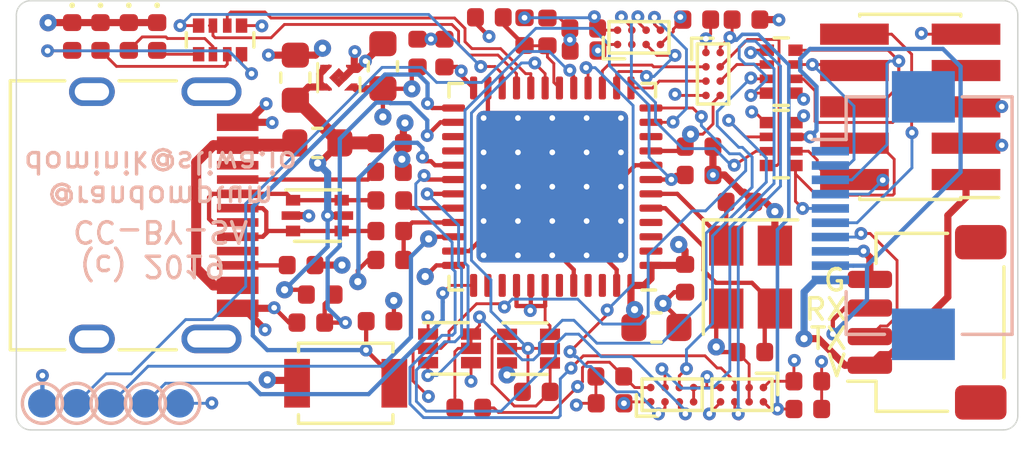
<source format=kicad_pcb>
(kicad_pcb (version 20171130) (host pcbnew "(5.1.2)-1")
  (title_block (title BMPM2-C) (comment 1 "Based on designs by BlackSphereTechnologies and Piotr Esden-Tempski") (comment 2 "(C) 2019 Dominik Sliwa") (comment 3 "License: CC-BY-SA 4.0"))
  (layers (0 F.Cu signal hide) (1 In1.Cu signal hide) (2 In2.Cu signal hide) (31 B.Cu signal) (34 B.Paste user hide) (35 F.Paste user hide) (36 B.SilkS user) (37 F.SilkS user) (38 B.Mask user hide) (39 F.Mask user hide) (44 Edge.Cuts user))
  (net 0 "")
  (net 1 GND)
  (net 2 +3V3)
  (net 3 /xTPWR)
  (net 4 +5V)
  (net 5 "Net-(C10-Pad2)")
  (net 6 /iTPWR)
  (net 7 "Net-(C12-Pad1)")
  (net 8 "Net-(C14-Pad2)")
  (net 9 "Net-(D1-Pad2)")
  (net 10 "Net-(D2-Pad2)")
  (net 11 "Net-(D3-Pad2)")
  (net 12 "Net-(D4-Pad2)")
  (net 13 "Net-(FB1-Pad2)")
  (net 14 "Net-(J1-PadB8)")
  (net 15 "Net-(J1-PadA5)")
  (net 16 /USBX_n)
  (net 17 /USBX_p)
  (net 18 "Net-(J1-PadA8)")
  (net 19 "Net-(J1-PadB5)")
  (net 20 /TPWR)
  (net 21 /RXD)
  (net 22 /TXD)
  (net 23 /RST)
  (net 24 /TCK)
  (net 25 /TMS)
  (net 26 /TDO)
  (net 27 /TDI)
  (net 28 "Net-(J2-Pad1)")
  (net 29 "Net-(J4-Pad7)")
  (net 30 /PWR_BR)
  (net 31 "Net-(Q1-Pad1)")
  (net 32 /xRST)
  (net 33 /iRST)
  (net 34 /iRST_SENSE)
  (net 35 /VBUS)
  (net 36 /USBi_n)
  (net 37 /USBi_p)
  (net 38 "Net-(R8-Pad1)")
  (net 39 "Net-(R10-Pad2)")
  (net 40 /LED2)
  (net 41 /LED0)
  (net 42 /LED1)
  (net 43 /xTCK)
  (net 44 /xRXD)
  (net 45 /xTMS)
  (net 46 /xTXD)
  (net 47 /xTDI)
  (net 48 /xTDO)
  (net 49 /SWDIO)
  (net 50 /SWCLK)
  (net 51 /iTXD)
  (net 52 /iTCK)
  (net 53 /iTDI)
  (net 54 /iTDO)
  (net 55 /iRXD)
  (net 56 /iTMS)
  (net 57 /iTMS_DIR)
  (net 58 "Net-(U6-Pad46)")
  (net 59 "Net-(U6-Pad45)")
  (net 60 "Net-(U6-Pad38)")
  (net 61 "Net-(U6-Pad28)")
  (net 62 "Net-(U6-Pad27)")
  (net 63 "Net-(U6-Pad10)")
  (net 64 "Net-(U6-Pad4)")
  (net 65 "Net-(U6-Pad3)")
  (net 66 "Net-(U6-Pad2)")
  (net 67 "Net-(U6-Pad43)")
  (net 68 "Net-(U6-Pad39)")
  (module TestPoint:TestPoint_Pad_D1.0mm (layer B.Cu) (at 84.71 86.07)
    (fp_text reference TP2 hide)
    (fp_text value GND)
    (pad 1 smd circle (at 0 0) (size 1 1) (layers B.Cu B.Mask) (net 1 GND))
  )
  (module Package_DFN_QFN:QFN-48-1EP_7x7mm_P0.5mm_EP5.3x5.3mm_ThermalVias (layer F.Cu) (at 97.73 78.5 180)
    (fp_text reference U6 hide)
    (fp_text value STM32F103CBUx)
    (pad 48 smd roundrect (at -2.75 -3.45 180) (size 0.25 0.8) (layers F.Cu F.Paste F.Mask) (net 2 +3V3))
    (pad 47 smd roundrect (at -2.25 -3.45 180) (size 0.25 0.8) (layers F.Cu F.Paste F.Mask) (net 1 GND))
    (pad 46 smd roundrect (at -1.75 -3.45 180) (size 0.25 0.8) (layers F.Cu F.Paste F.Mask) (net 58 "Net-(U6-Pad46)"))
    (pad 45 smd roundrect (at -1.25 -3.45 180) (size 0.25 0.8) (layers F.Cu F.Paste F.Mask) (net 59 "Net-(U6-Pad45)"))
    (pad 44 smd roundrect (at -0.75 -3.45 180) (size 0.25 0.8) (layers F.Cu F.Paste F.Mask) (net 1 GND))
    (pad 43 smd roundrect (at -0.25 -3.45 180) (size 0.25 0.8) (layers F.Cu F.Paste F.Mask) (net 67 "Net-(U6-Pad43)"))
    (pad 42 smd roundrect (at 0.25 -3.45 180) (size 0.25 0.8) (layers F.Cu F.Paste F.Mask) (net 2 +3V3))
    (pad 41 smd roundrect (at 0.75 -3.45 180) (size 0.25 0.8) (layers F.Cu F.Paste F.Mask) (net 2 +3V3))
    (pad 40 smd roundrect (at 1.25 -3.45 180) (size 0.25 0.8) (layers F.Cu F.Paste F.Mask) (net 2 +3V3))
    (pad 39 smd roundrect (at 1.75 -3.45 180) (size 0.25 0.8) (layers F.Cu F.Paste F.Mask) (net 68 "Net-(U6-Pad39)"))
    (pad 38 smd roundrect (at 2.25 -3.45 180) (size 0.25 0.8) (layers F.Cu F.Paste F.Mask) (net 60 "Net-(U6-Pad38)"))
    (pad 37 smd roundrect (at 2.75 -3.45 180) (size 0.25 0.8) (layers F.Cu F.Paste F.Mask) (net 50 /SWCLK))
    (pad 36 smd roundrect (at 3.45 -2.75 180) (size 0.8 0.25) (layers F.Cu F.Paste F.Mask) (net 2 +3V3))
    (pad 35 smd roundrect (at 3.45 -2.25 180) (size 0.8 0.25) (layers F.Cu F.Paste F.Mask) (net 1 GND))
    (pad 34 smd roundrect (at 3.45 -1.75 180) (size 0.8 0.25) (layers F.Cu F.Paste F.Mask) (net 49 /SWDIO))
    (pad 33 smd roundrect (at 3.45 -1.25 180) (size 0.8 0.25) (layers F.Cu F.Paste F.Mask) (net 37 /USBi_p))
    (pad 32 smd roundrect (at 3.45 -0.75 180) (size 0.8 0.25) (layers F.Cu F.Paste F.Mask) (net 36 /USBi_n))
    (pad 31 smd roundrect (at 3.45 -0.25 180) (size 0.8 0.25) (layers F.Cu F.Paste F.Mask) (net 55 /iRXD))
    (pad 30 smd roundrect (at 3.45 0.25 180) (size 0.8 0.25) (layers F.Cu F.Paste F.Mask) (net 51 /iTXD))
    (pad 29 smd roundrect (at 3.45 0.75 180) (size 0.8 0.25) (layers F.Cu F.Paste F.Mask) (net 39 "Net-(R10-Pad2)"))
    (pad 28 smd roundrect (at 3.45 1.25 180) (size 0.8 0.25) (layers F.Cu F.Paste F.Mask) (net 61 "Net-(U6-Pad28)"))
    (pad 27 smd roundrect (at 3.45 1.75 180) (size 0.8 0.25) (layers F.Cu F.Paste F.Mask) (net 62 "Net-(U6-Pad27)"))
    (pad 26 smd roundrect (at 3.45 2.25 180) (size 0.8 0.25) (layers F.Cu F.Paste F.Mask) (net 35 /VBUS))
    (pad 25 smd roundrect (at 3.45 2.75 180) (size 0.8 0.25) (layers F.Cu F.Paste F.Mask) (net 38 "Net-(R8-Pad1)"))
    (pad 24 smd roundrect (at 2.75 3.45 180) (size 0.25 0.8) (layers F.Cu F.Paste F.Mask) (net 2 +3V3))
    (pad 23 smd roundrect (at 2.25 3.45 180) (size 0.25 0.8) (layers F.Cu F.Paste F.Mask) (net 1 GND))
    (pad 22 smd roundrect (at 1.75 3.45 180) (size 0.25 0.8) (layers F.Cu F.Paste F.Mask) (net 40 /LED2))
    (pad 21 smd roundrect (at 1.25 3.45 180) (size 0.25 0.8) (layers F.Cu F.Paste F.Mask) (net 42 /LED1))
    (pad 20 smd roundrect (at 0.75 3.45 180) (size 0.25 0.8) (layers F.Cu F.Paste F.Mask) (net 41 /LED0))
    (pad 19 smd roundrect (at 0.25 3.45 180) (size 0.25 0.8) (layers F.Cu F.Paste F.Mask) (net 30 /PWR_BR))
    (pad 18 smd roundrect (at -0.25 3.45 180) (size 0.25 0.8) (layers F.Cu F.Paste F.Mask) (net 6 /iTPWR))
    (pad 17 smd roundrect (at -0.75 3.45 180) (size 0.25 0.8) (layers F.Cu F.Paste F.Mask) (net 34 /iRST_SENSE))
    (pad 16 smd roundrect (at -1.25 3.45 180) (size 0.25 0.8) (layers F.Cu F.Paste F.Mask) (net 54 /iTDO))
    (pad 15 smd roundrect (at -1.75 3.45 180) (size 0.25 0.8) (layers F.Cu F.Paste F.Mask) (net 52 /iTCK))
    (pad 14 smd roundrect (at -2.25 3.45 180) (size 0.25 0.8) (layers F.Cu F.Paste F.Mask) (net 56 /iTMS))
    (pad 13 smd roundrect (at -2.75 3.45 180) (size 0.25 0.8) (layers F.Cu F.Paste F.Mask) (net 53 /iTDI))
    (pad 12 smd roundrect (at -3.45 2.75 180) (size 0.8 0.25) (layers F.Cu F.Paste F.Mask) (net 33 /iRST))
    (pad 11 smd roundrect (at -3.45 2.25 180) (size 0.8 0.25) (layers F.Cu F.Paste F.Mask) (net 57 /iTMS_DIR))
    (pad 10 smd roundrect (at -3.45 1.75 180) (size 0.8 0.25) (layers F.Cu F.Paste F.Mask) (net 63 "Net-(U6-Pad10)"))
    (pad 9 smd roundrect (at -3.45 1.25 180) (size 0.8 0.25) (layers F.Cu F.Paste F.Mask) (net 2 +3V3))
    (pad 8 smd roundrect (at -3.45 0.75 180) (size 0.8 0.25) (layers F.Cu F.Paste F.Mask) (net 1 GND))
    (pad 7 smd roundrect (at -3.45 0.25 180) (size 0.8 0.25) (layers F.Cu F.Paste F.Mask) (net 7 "Net-(C12-Pad1)"))
    (pad 6 smd roundrect (at -3.45 -0.25 180) (size 0.8 0.25) (layers F.Cu F.Paste F.Mask) (net 8 "Net-(C14-Pad2)"))
    (pad 5 smd roundrect (at -3.45 -0.75 180) (size 0.8 0.25) (layers F.Cu F.Paste F.Mask) (net 5 "Net-(C10-Pad2)"))
    (pad 4 smd roundrect (at -3.45 -1.25 180) (size 0.8 0.25) (layers F.Cu F.Paste F.Mask) (net 64 "Net-(U6-Pad4)"))
    (pad 3 smd roundrect (at -3.45 -1.75 180) (size 0.8 0.25) (layers F.Cu F.Paste F.Mask) (net 65 "Net-(U6-Pad3)"))
    (pad 2 smd roundrect (at -3.45 -2.25 180) (size 0.8 0.25) (layers F.Cu F.Paste F.Mask) (net 66 "Net-(U6-Pad2)"))
    (pad 1 smd roundrect (at -3.45 -2.75 180) (size 0.8 0.25) (layers F.Cu F.Paste F.Mask) (net 2 +3V3))
    (pad 49 smd roundrect (at 0 0 180) (size 5.3 5.3) (layers B.Cu) (roundrect_rratio 0.04717) (net 1 GND))
    (pad 49 thru_hole circle (at 2.4 2.4 180) (size 0.5 0.5) (drill 0.2) (layers *.Cu) (net 1 GND))
    (pad 49 thru_hole circle (at 1.2 2.4 180) (size 0.5 0.5) (drill 0.2) (layers *.Cu) (net 1 GND))
    (pad 49 thru_hole circle (at 0 2.4 180) (size 0.5 0.5) (drill 0.2) (layers *.Cu) (net 1 GND))
    (pad 49 thru_hole circle (at -1.2 2.4 180) (size 0.5 0.5) (drill 0.2) (layers *.Cu) (net 1 GND))
    (pad 49 thru_hole circle (at -2.4 2.4 180) (size 0.5 0.5) (drill 0.2) (layers *.Cu) (net 1 GND))
    (pad 49 thru_hole circle (at 2.4 1.2 180) (size 0.5 0.5) (drill 0.2) (layers *.Cu) (net 1 GND))
    (pad 49 thru_hole circle (at 1.2 1.2 180) (size 0.5 0.5) (drill 0.2) (layers *.Cu) (net 1 GND))
    (pad 49 thru_hole circle (at 0 1.2 180) (size 0.5 0.5) (drill 0.2) (layers *.Cu) (net 1 GND))
    (pad 49 thru_hole circle (at -1.2 1.2 180) (size 0.5 0.5) (drill 0.2) (layers *.Cu) (net 1 GND))
    (pad 49 thru_hole circle (at -2.4 1.2 180) (size 0.5 0.5) (drill 0.2) (layers *.Cu) (net 1 GND))
    (pad 49 thru_hole circle (at 2.4 0 180) (size 0.5 0.5) (drill 0.2) (layers *.Cu) (net 1 GND))
    (pad 49 thru_hole circle (at 1.2 0 180) (size 0.5 0.5) (drill 0.2) (layers *.Cu) (net 1 GND))
    (pad 49 thru_hole circle (at 0 0 180) (size 0.5 0.5) (drill 0.2) (layers *.Cu) (net 1 GND))
    (pad 49 thru_hole circle (at -1.2 0 180) (size 0.5 0.5) (drill 0.2) (layers *.Cu) (net 1 GND))
    (pad 49 thru_hole circle (at -2.4 0 180) (size 0.5 0.5) (drill 0.2) (layers *.Cu) (net 1 GND))
    (pad 49 thru_hole circle (at 2.4 -1.2 180) (size 0.5 0.5) (drill 0.2) (layers *.Cu) (net 1 GND))
    (pad 49 thru_hole circle (at 1.2 -1.2 180) (size 0.5 0.5) (drill 0.2) (layers *.Cu) (net 1 GND))
    (pad 49 thru_hole circle (at 0 -1.2 180) (size 0.5 0.5) (drill 0.2) (layers *.Cu) (net 1 GND))
    (pad 49 thru_hole circle (at -1.2 -1.2 180) (size 0.5 0.5) (drill 0.2) (layers *.Cu) (net 1 GND))
    (pad 49 thru_hole circle (at -2.4 -1.2 180) (size 0.5 0.5) (drill 0.2) (layers *.Cu) (net 1 GND))
    (pad 49 thru_hole circle (at 2.4 -2.4 180) (size 0.5 0.5) (drill 0.2) (layers *.Cu) (net 1 GND))
    (pad 49 thru_hole circle (at 1.2 -2.4 180) (size 0.5 0.5) (drill 0.2) (layers *.Cu) (net 1 GND))
    (pad 49 thru_hole circle (at 0 -2.4 180) (size 0.5 0.5) (drill 0.2) (layers *.Cu) (net 1 GND))
    (pad 49 thru_hole circle (at -1.2 -2.4 180) (size 0.5 0.5) (drill 0.2) (layers *.Cu) (net 1 GND))
    (pad 49 thru_hole circle (at -2.4 -2.4 180) (size 0.5 0.5) (drill 0.2) (layers *.Cu) (net 1 GND))
    (pad 49 smd roundrect (at 0 0 180) (size 5.3 5.3) (layers F.Cu F.Mask) (roundrect_rratio 0.04717) (net 1 GND))
  )
  (module Package_TO_SOT_SMD:SOT-666 (layer F.Cu) (at 89.52 79.51)
    (fp_text reference U1 hide)
    (fp_text value USBLC6-2P6)
    (pad 6 smd rect (at 0.85 -0.5375) (size 0.5 0.375) (layers F.Cu F.Paste F.Mask) (net 16 /USBX_n))
    (pad 4 smd rect (at 0.85 0.5375) (size 0.5 0.375) (layers F.Cu F.Paste F.Mask) (net 17 /USBX_p))
    (pad 2 smd rect (at -0.925 0) (size 0.65 0.3) (layers F.Cu F.Paste F.Mask) (net 1 GND))
    (pad 5 smd rect (at 0.925 0) (size 0.65 0.3) (layers F.Cu F.Paste F.Mask) (net 4 +5V))
    (pad 3 smd rect (at -0.85 0.5375) (size 0.5 0.375) (layers F.Cu F.Paste F.Mask) (net 17 /USBX_p))
    (pad 1 smd rect (at -0.85 -0.5375) (size 0.5 0.375) (layers F.Cu F.Paste F.Mask) (net 16 /USBX_n))
  )
  (module Capacitor_SMD:C_0603_1608Metric (layer F.Cu) (at 88.75 74.69 90)
    (fp_text reference C7 hide)
    (fp_text value 4u7)
    (pad 1 smd roundrect (at -0.7875 0 90) (size 0.875 0.95) (layers F.Cu F.Paste F.Mask) (net 4 +5V))
    (pad 2 smd roundrect (at 0.7875 0 90) (size 0.875 0.95) (layers F.Cu F.Paste F.Mask) (net 1 GND))
  )
  (module LED_SMD:LED_0402_1005Metric (layer F.Cu) (at 81.94 73.25 270)
    (fp_text reference D1 hide)
    (fp_text value LED)
    (pad 2 smd roundrect (at 0.485 0 270) (size 0.59 0.64) (layers F.Cu F.Paste F.Mask) (net 9 "Net-(D1-Pad2)"))
    (pad 1 smd roundrect (at -0.485 0 270) (size 0.59 0.64) (layers F.Cu F.Paste F.Mask) (net 1 GND))
  )
  (module Crystal:Crystal_SMD_3225-4Pin_3.2x2.5mm (layer F.Cu) (at 104.66 81.66 270)
    (fp_text reference Y1 hide)
    (fp_text value 8MHz)
    (pad 4 smd rect (at -1.1 -0.85 270) (size 1.4 1.2) (layers F.Cu F.Paste F.Mask) (net 1 GND))
    (pad 3 smd rect (at 1.1 -0.85 270) (size 1.4 1.2) (layers F.Cu F.Paste F.Mask) (net 5 "Net-(C10-Pad2)"))
    (pad 2 smd rect (at 1.1 0.85 270) (size 1.4 1.2) (layers F.Cu F.Paste F.Mask) (net 1 GND))
    (pad 1 smd rect (at -1.1 0.85 270) (size 1.4 1.2) (layers F.Cu F.Paste F.Mask) (net 8 "Net-(C14-Pad2)"))
  )
  (module Package_DFN_QFN:UDFN-4_1x1mm_P0.65mm (layer F.Cu) (at 90.27 74.69 180)
    (fp_text reference U7 hide)
    (fp_text value NCP114MX)
    (pad 2 smd rect (at -0.345 0.415 270) (size 0.07 0.19) (layers F.Cu F.Paste F.Mask) (net 1 GND))
    (pad 2 smd trapezoid (at -0.43 0.29 270) (size 0.18 0.18) (rect_delta 0.1799 0) (layers F.Cu F.Paste F.Mask) (net 1 GND))
    (pad 1 smd trapezoid (at -0.43 -0.3) (size 0.2 0.2) (rect_delta 0 0.19999) (layers F.Cu F.Paste F.Mask) (net 2 +3V3))
    (pad 2 smd rect (at -0.54 0.325 90) (size 0.25 0.22) (layers F.Cu F.Paste F.Mask) (net 1 GND))
    (pad 5 smd rect (at 0 0.17 135) (size 0.24 0.24) (layers F.Cu F.Paste F.Mask) (net 1 GND))
    (pad 1 smd rect (at -0.54 -0.325 90) (size 0.25 0.22) (layers F.Cu F.Paste F.Mask) (net 2 +3V3))
    (pad 4 smd rect (at 0.54 -0.325 90) (size 0.25 0.22) (layers F.Cu F.Paste F.Mask) (net 4 +5V))
    (pad 4 smd trapezoid (at 0.425 -0.29 90) (size 0.18 0.18) (rect_delta 0.1799 0) (layers F.Cu F.Paste F.Mask) (net 4 +5V))
    (pad 4 smd rect (at 0.34 -0.415 270) (size 0.07 0.19) (layers F.Cu F.Paste F.Mask) (net 4 +5V))
    (pad 3 smd rect (at 0.54 0.325 90) (size 0.25 0.22) (layers F.Cu F.Paste F.Mask) (net 4 +5V))
    (pad 3 smd trapezoid (at 0.43 0.29 180) (size 0.18 0.18) (rect_delta 0 0.17999) (layers F.Cu F.Paste F.Mask) (net 4 +5V))
    (pad 1 smd trapezoid (at -0.38 -0.35) (size 0.2 0.2) (rect_delta 0 0.19999) (layers F.Cu F.Paste F.Mask) (net 2 +3V3))
    (pad 3 smd rect (at 0.345 0.415 270) (size 0.07 0.19) (layers F.Cu F.Paste F.Mask) (net 4 +5V))
    (pad 5 smd rect (at 0.17 0 135) (size 0.24 0.24) (layers F.Cu F.Paste F.Mask) (net 1 GND))
    (pad 5 smd rect (at -0.17 0 135) (size 0.24 0.24) (layers F.Cu F.Paste F.Mask) (net 1 GND))
    (pad 5 smd rect (at 0 -0.17 135) (size 0.24 0.24) (layers F.Cu F.Paste F.Mask) (net 1 GND))
  )
  (module Package_BGA:Texas_DSBGA-8_0.9x1.9mm_Layout2x4_P0.5mm (layer F.Cu) (at 100.76 73.28 90)
    (fp_text reference U5 hide)
    (fp_text value SN74LVC2T45YZPR)
    (pad A2 smd circle (at 0.25 -0.75 90) (size 0.265 0.265) (layers F.Cu F.Mask) (net 3 /xTPWR))
    (pad A1 smd circle (at -0.25 -0.75 90) (size 0.265 0.265) (layers F.Cu F.Mask) (net 2 +3V3))
    (pad B1 smd circle (at -0.25 -0.25 90) (size 0.265 0.265) (layers F.Cu F.Mask) (net 1 GND))
    (pad B2 smd circle (at 0.25 -0.25 90) (size 0.265 0.265) (layers F.Cu F.Mask) (net 1 GND))
    (pad C2 smd circle (at 0.25 0.25 90) (size 0.265 0.265) (layers F.Cu F.Mask) (net 45 /xTMS))
    (pad C1 smd circle (at -0.25 0.25 90) (size 0.265 0.265) (layers F.Cu F.Mask) (net 56 /iTMS))
    (pad D1 smd circle (at -0.25 0.75 90) (size 0.265 0.265) (layers F.Cu F.Mask) (net 1 GND))
    (pad D2 smd circle (at 0.25 0.75 90) (size 0.265 0.265) (layers F.Cu F.Mask) (net 57 /iTMS_DIR))
  )
  (module Package_BGA:Texas_DSBGA-8_0.9x1.9mm_Layout2x4_P0.5mm (layer F.Cu) (at 101.92 85.77 90)
    (fp_text reference U4 hide)
    (fp_text value SN74LVC2T45YZPR)
    (pad A2 smd circle (at 0.25 -0.75 90) (size 0.265 0.265) (layers F.Cu F.Mask) (net 3 /xTPWR))
    (pad A1 smd circle (at -0.25 -0.75 90) (size 0.265 0.265) (layers F.Cu F.Mask) (net 2 +3V3))
    (pad B1 smd circle (at -0.25 -0.25 90) (size 0.265 0.265) (layers F.Cu F.Mask) (net 54 /iTDO))
    (pad B2 smd circle (at 0.25 -0.25 90) (size 0.265 0.265) (layers F.Cu F.Mask) (net 48 /xTDO))
    (pad C2 smd circle (at 0.25 0.25 90) (size 0.265 0.265) (layers F.Cu F.Mask) (net 44 /xRXD))
    (pad C1 smd circle (at -0.25 0.25 90) (size 0.265 0.265) (layers F.Cu F.Mask) (net 55 /iRXD))
    (pad D1 smd circle (at -0.25 0.75 90) (size 0.265 0.265) (layers F.Cu F.Mask) (net 1 GND))
    (pad D2 smd circle (at 0.25 0.75 90) (size 0.265 0.265) (layers F.Cu F.Mask) (net 1 GND))
  )
  (module Package_BGA:Texas_DSBGA-8_0.9x1.9mm_Layout2x4_P0.5mm (layer F.Cu) (at 103.35 74.56)
    (fp_text reference U3 hide)
    (fp_text value SN74LVC2T45YZPR)
    (pad A2 smd circle (at 0.25 -0.75) (size 0.265 0.265) (layers F.Cu F.Mask) (net 3 /xTPWR))
    (pad A1 smd circle (at -0.25 -0.75) (size 0.265 0.265) (layers F.Cu F.Mask) (net 2 +3V3))
    (pad B1 smd circle (at -0.25 -0.25) (size 0.265 0.265) (layers F.Cu F.Mask) (net 52 /iTCK))
    (pad B2 smd circle (at 0.25 -0.25) (size 0.265 0.265) (layers F.Cu F.Mask) (net 43 /xTCK))
    (pad C2 smd circle (at 0.25 0.25) (size 0.265 0.265) (layers F.Cu F.Mask) (net 47 /xTDI))
    (pad C1 smd circle (at -0.25 0.25) (size 0.265 0.265) (layers F.Cu F.Mask) (net 53 /iTDI))
    (pad D1 smd circle (at -0.25 0.75) (size 0.265 0.265) (layers F.Cu F.Mask) (net 1 GND))
    (pad D2 smd circle (at 0.25 0.75) (size 0.265 0.265) (layers F.Cu F.Mask) (net 2 +3V3))
  )
  (module Package_BGA:Texas_DSBGA-8_0.9x1.9mm_Layout2x4_P0.5mm (layer F.Cu) (at 104.36 85.77 270)
    (fp_text reference U2 hide)
    (fp_text value SN74LVC2T45YZPR)
    (pad A2 smd circle (at 0.25 -0.75 270) (size 0.265 0.265) (layers F.Cu F.Mask) (net 3 /xTPWR))
    (pad A1 smd circle (at -0.25 -0.75 270) (size 0.265 0.265) (layers F.Cu F.Mask) (net 2 +3V3))
    (pad B1 smd circle (at -0.25 -0.25 270) (size 0.265 0.265) (layers F.Cu F.Mask) (net 1 GND))
    (pad B2 smd circle (at 0.25 -0.25 270) (size 0.265 0.265) (layers F.Cu F.Mask) (net 1 GND))
    (pad C2 smd circle (at 0.25 0.25 270) (size 0.265 0.265) (layers F.Cu F.Mask) (net 46 /xTXD))
    (pad C1 smd circle (at -0.25 0.25 270) (size 0.265 0.265) (layers F.Cu F.Mask) (net 51 /iTXD))
    (pad D1 smd circle (at -0.25 0.75 270) (size 0.265 0.265) (layers F.Cu F.Mask) (net 1 GND))
    (pad D2 smd circle (at 0.25 0.75 270) (size 0.265 0.265) (layers F.Cu F.Mask) (net 2 +3V3))
  )
  (module TestPoint:TestPoint_Pad_D1.0mm (layer B.Cu) (at 83.51 86.07)
    (fp_text reference TP6 hide)
    (fp_text value SWCLK)
    (pad 1 smd circle (at 0 0) (size 1 1) (layers B.Cu B.Mask) (net 50 /SWCLK))
  )
  (module TestPoint:TestPoint_Pad_D1.0mm (layer B.Cu) (at 82.31 86.07)
    (fp_text reference TP5 hide)
    (fp_text value SWDIO)
    (pad 1 smd circle (at 0 0) (size 1 1) (layers B.Cu B.Mask) (net 49 /SWDIO))
  )
  (module TestPoint:TestPoint_Pad_D1.0mm (layer B.Cu) (at 81.11 86.07)
    (fp_text reference TP4 hide)
    (fp_text value ~RST)
    (pad 1 smd circle (at 0 0) (size 1 1) (layers B.Cu B.Mask) (net 7 "Net-(C12-Pad1)"))
  )
  (module TestPoint:TestPoint_Pad_D1.0mm (layer B.Cu) (at 79.91 86.07)
    (fp_text reference TP1 hide)
    (fp_text value 3V3)
    (pad 1 smd circle (at 0 0) (size 1 1) (layers B.Cu B.Mask) (net 2 +3V3))
  )
  (module Button_Switch_SMD:SW_SPST_B3U-1000P (layer F.Cu) (at 90.51 85.37)
    (fp_text reference SW1 hide)
    (fp_text value SW_SPST)
    (pad 2 smd rect (at 1.7 0) (size 0.9 1.7) (layers F.Cu F.Paste F.Mask) (net 38 "Net-(R8-Pad1)"))
    (pad 1 smd rect (at -1.7 0) (size 0.9 1.7) (layers F.Cu F.Paste F.Mask) (net 1 GND))
  )
  (module Resistor_SMD:R_Array_Convex_4x0402 (layer F.Cu) (at 105.73 74.48)
    (fp_text reference RN3 hide)
    (fp_text value 100R)
    (pad 5 smd rect (at 0.5 0.75) (size 0.5 0.4) (layers F.Cu F.Paste F.Mask) (net 22 /TXD))
    (pad 6 smd rect (at 0.5 0.25) (size 0.5 0.3) (layers F.Cu F.Paste F.Mask) (net 23 /RST))
    (pad 8 smd rect (at 0.5 -0.75) (size 0.5 0.4) (layers F.Cu F.Paste F.Mask) (net 26 /TDO))
    (pad 7 smd rect (at 0.5 -0.25) (size 0.5 0.3) (layers F.Cu F.Paste F.Mask) (net 27 /TDI))
    (pad 4 smd rect (at -0.5 0.75) (size 0.5 0.4) (layers F.Cu F.Paste F.Mask) (net 46 /xTXD))
    (pad 2 smd rect (at -0.5 -0.25) (size 0.5 0.3) (layers F.Cu F.Paste F.Mask) (net 47 /xTDI))
    (pad 3 smd rect (at -0.5 0.25) (size 0.5 0.3) (layers F.Cu F.Paste F.Mask) (net 32 /xRST))
    (pad 1 smd rect (at -0.5 -0.75) (size 0.5 0.4) (layers F.Cu F.Paste F.Mask) (net 48 /xTDO))
  )
  (module Resistor_SMD:R_Array_Convex_4x0402 (layer F.Cu) (at 105.73 77.01)
    (fp_text reference RN2 hide)
    (fp_text value 100R)
    (pad 5 smd rect (at 0.5 0.75) (size 0.5 0.4) (layers F.Cu F.Paste F.Mask) (net 24 /TCK))
    (pad 6 smd rect (at 0.5 0.25) (size 0.5 0.3) (layers F.Cu F.Paste F.Mask) (net 25 /TMS))
    (pad 8 smd rect (at 0.5 -0.75) (size 0.5 0.4) (layers F.Cu F.Paste F.Mask) (net 20 /TPWR))
    (pad 7 smd rect (at 0.5 -0.25) (size 0.5 0.3) (layers F.Cu F.Paste F.Mask) (net 21 /RXD))
    (pad 4 smd rect (at -0.5 0.75) (size 0.5 0.4) (layers F.Cu F.Paste F.Mask) (net 43 /xTCK))
    (pad 2 smd rect (at -0.5 -0.25) (size 0.5 0.3) (layers F.Cu F.Paste F.Mask) (net 44 /xRXD))
    (pad 3 smd rect (at -0.5 0.25) (size 0.5 0.3) (layers F.Cu F.Paste F.Mask) (net 45 /xTMS))
    (pad 1 smd rect (at -0.5 -0.75) (size 0.5 0.4) (layers F.Cu F.Paste F.Mask) (net 3 /xTPWR))
  )
  (module Resistor_SMD:R_Array_Convex_4x0402 (layer F.Cu) (at 86.12 73.37 270)
    (fp_text reference RN1 hide)
    (fp_text value 330R)
    (pad 5 smd rect (at 0.5 0.75 270) (size 0.5 0.4) (layers F.Cu F.Paste F.Mask) (net 12 "Net-(D4-Pad2)"))
    (pad 6 smd rect (at 0.5 0.25 270) (size 0.5 0.3) (layers F.Cu F.Paste F.Mask) (net 11 "Net-(D3-Pad2)"))
    (pad 8 smd rect (at 0.5 -0.75 270) (size 0.5 0.4) (layers F.Cu F.Paste F.Mask) (net 10 "Net-(D2-Pad2)"))
    (pad 7 smd rect (at 0.5 -0.25 270) (size 0.5 0.3) (layers F.Cu F.Paste F.Mask) (net 9 "Net-(D1-Pad2)"))
    (pad 4 smd rect (at -0.5 0.75 270) (size 0.5 0.4) (layers F.Cu F.Paste F.Mask) (net 40 /LED2))
    (pad 2 smd rect (at -0.5 -0.25 270) (size 0.5 0.3) (layers F.Cu F.Paste F.Mask) (net 41 /LED0))
    (pad 3 smd rect (at -0.5 0.25 270) (size 0.5 0.3) (layers F.Cu F.Paste F.Mask) (net 42 /LED1))
    (pad 1 smd rect (at -0.5 -0.75 270) (size 0.5 0.4) (layers F.Cu F.Paste F.Mask) (net 2 +3V3))
  )
  (module Resistor_SMD:R_0402_1005Metric (layer F.Cu) (at 97.17 85.67)
    (fp_text reference R12 hide)
    (fp_text value 10k)
    (pad 2 smd roundrect (at 0.485 0) (size 0.59 0.64) (layers F.Cu F.Paste F.Mask) (net 31 "Net-(Q1-Pad1)"))
    (pad 1 smd roundrect (at -0.485 0) (size 0.59 0.64) (layers F.Cu F.Paste F.Mask) (net 30 /PWR_BR))
  )
  (module Resistor_SMD:R_0402_1005Metric (layer F.Cu) (at 94.81 86.23)
    (fp_text reference R11 hide)
    (fp_text value 10k)
    (pad 2 smd roundrect (at 0.485 0) (size 0.59 0.64) (layers F.Cu F.Paste F.Mask) (net 3 /xTPWR))
    (pad 1 smd roundrect (at -0.485 0) (size 0.59 0.64) (layers F.Cu F.Paste F.Mask) (net 32 /xRST))
  )
  (module Resistor_SMD:R_0402_1005Metric (layer F.Cu) (at 92.05 81.06 180)
    (fp_text reference R10 hide)
    (fp_text value 1k5)
    (pad 2 smd roundrect (at 0.485 0 180) (size 0.59 0.64) (layers F.Cu F.Paste F.Mask) (net 39 "Net-(R10-Pad2)"))
    (pad 1 smd roundrect (at -0.485 0 180) (size 0.59 0.64) (layers F.Cu F.Paste F.Mask) (net 37 /USBi_p))
  )
  (module Resistor_SMD:R_0402_1005Metric (layer F.Cu) (at 96.76 73.08 270)
    (fp_text reference R9 hide)
    (fp_text value 4k7)
    (pad 2 smd roundrect (at 0.485 0 270) (size 0.59 0.64) (layers F.Cu F.Paste F.Mask) (net 6 /iTPWR))
    (pad 1 smd roundrect (at -0.485 0 270) (size 0.59 0.64) (layers F.Cu F.Paste F.Mask) (net 3 /xTPWR))
  )
  (module Resistor_SMD:R_0402_1005Metric (layer F.Cu) (at 91.71 83.2)
    (fp_text reference R8 hide)
    (fp_text value 10k)
    (pad 2 smd roundrect (at 0.485 0) (size 0.59 0.64) (layers F.Cu F.Paste F.Mask) (net 2 +3V3))
    (pad 1 smd roundrect (at -0.485 0) (size 0.59 0.64) (layers F.Cu F.Paste F.Mask) (net 38 "Net-(R8-Pad1)"))
  )
  (module Resistor_SMD:R_0402_1005Metric (layer F.Cu) (at 97.56 73.09 90)
    (fp_text reference R7 hide)
    (fp_text value 10k)
    (pad 2 smd roundrect (at 0.485 0 90) (size 0.59 0.64) (layers F.Cu F.Paste F.Mask) (net 1 GND))
    (pad 1 smd roundrect (at -0.485 0 90) (size 0.59 0.64) (layers F.Cu F.Paste F.Mask) (net 6 /iTPWR))
  )
  (module Resistor_SMD:R_0402_1005Metric (layer F.Cu) (at 92.05 80.05 180)
    (fp_text reference R6 hide)
    (fp_text value 22R)
    (pad 2 smd roundrect (at 0.485 0 180) (size 0.59 0.64) (layers F.Cu F.Paste F.Mask) (net 17 /USBX_p))
    (pad 1 smd roundrect (at -0.485 0 180) (size 0.59 0.64) (layers F.Cu F.Paste F.Mask) (net 37 /USBi_p))
  )
  (module Resistor_SMD:R_0402_1005Metric (layer F.Cu) (at 92.05 78.98 180)
    (fp_text reference R5 hide)
    (fp_text value 22R)
    (pad 2 smd roundrect (at 0.485 0 180) (size 0.59 0.64) (layers F.Cu F.Paste F.Mask) (net 16 /USBX_n))
    (pad 1 smd roundrect (at -0.485 0 180) (size 0.59 0.64) (layers F.Cu F.Paste F.Mask) (net 36 /USBi_n))
  )
  (module Resistor_SMD:R_0402_1005Metric (layer F.Cu) (at 89.62 82.27)
    (fp_text reference R4 hide)
    (fp_text value 4k7)
    (pad 2 smd roundrect (at 0.485 0) (size 0.59 0.64) (layers F.Cu F.Paste F.Mask) (net 35 /VBUS))
    (pad 1 smd roundrect (at -0.485 0) (size 0.59 0.64) (layers F.Cu F.Paste F.Mask) (net 4 +5V))
  )
  (module Resistor_SMD:R_0402_1005Metric (layer F.Cu) (at 89.29 83.25 180)
    (fp_text reference R3 hide)
    (fp_text value 10k)
    (pad 2 smd roundrect (at 0.485 0 180) (size 0.59 0.64) (layers F.Cu F.Paste F.Mask) (net 1 GND))
    (pad 1 smd roundrect (at -0.485 0 180) (size 0.59 0.64) (layers F.Cu F.Paste F.Mask) (net 35 /VBUS))
  )
  (module Resistor_SMD:R_0402_1005Metric (layer F.Cu) (at 88.95 81.24 180)
    (fp_text reference R2 hide)
    (fp_text value 5k1)
    (pad 2 smd roundrect (at 0.485 0 180) (size 0.59 0.64) (layers F.Cu F.Paste F.Mask) (net 19 "Net-(J1-PadB5)"))
    (pad 1 smd roundrect (at -0.485 0 180) (size 0.59 0.64) (layers F.Cu F.Paste F.Mask) (net 1 GND))
  )
  (module Resistor_SMD:R_0402_1005Metric (layer F.Cu) (at 92.04 77.98 180)
    (fp_text reference R1 hide)
    (fp_text value 5k1)
    (pad 2 smd roundrect (at 0.485 0 180) (size 0.59 0.64) (layers F.Cu F.Paste F.Mask) (net 15 "Net-(J1-PadA5)"))
    (pad 1 smd roundrect (at -0.485 0 180) (size 0.59 0.64) (layers F.Cu F.Paste F.Mask) (net 1 GND))
  )
  (module Package_TO_SOT_SMD:SOT-563 (layer F.Cu) (at 94.14 84.15)
    (fp_text reference Q2 hide)
    (fp_text value DMG1024UV)
    (pad 5 smd rect (at 0.75 0) (size 0.7 0.4) (layers F.Cu F.Paste F.Mask) (net 32 /xRST))
    (pad 4 smd rect (at 0.75 0.5) (size 0.7 0.4) (layers F.Cu F.Paste F.Mask) (net 1 GND))
    (pad 2 smd rect (at -0.75 0) (size 0.7 0.4) (layers F.Cu F.Paste F.Mask) (net 33 /iRST))
    (pad 6 smd rect (at 0.75 -0.5) (size 0.7 0.4) (layers F.Cu F.Paste F.Mask) (net 32 /xRST))
    (pad 3 smd rect (at -0.75 0.5) (size 0.7 0.4) (layers F.Cu F.Paste F.Mask) (net 34 /iRST_SENSE))
    (pad 1 smd rect (at -0.75 -0.5) (size 0.7 0.4) (layers F.Cu F.Paste F.Mask) (net 1 GND))
  )
  (module Package_TO_SOT_SMD:SOT-563 (layer F.Cu) (at 96.9 84.16)
    (fp_text reference Q1 hide)
    (fp_text value DMG1023DV)
    (pad 5 smd rect (at 0.75 0) (size 0.7 0.4) (layers F.Cu F.Paste F.Mask) (net 30 /PWR_BR))
    (pad 4 smd rect (at 0.75 0.5) (size 0.7 0.4) (layers F.Cu F.Paste F.Mask) (net 31 "Net-(Q1-Pad1)"))
    (pad 2 smd rect (at -0.75 0) (size 0.7 0.4) (layers F.Cu F.Paste F.Mask) (net 30 /PWR_BR))
    (pad 6 smd rect (at 0.75 -0.5) (size 0.7 0.4) (layers F.Cu F.Paste F.Mask) (net 2 +3V3))
    (pad 3 smd rect (at -0.75 0.5) (size 0.7 0.4) (layers F.Cu F.Paste F.Mask) (net 20 /TPWR))
    (pad 1 smd rect (at -0.75 -0.5) (size 0.7 0.4) (layers F.Cu F.Paste F.Mask) (net 31 "Net-(Q1-Pad1)"))
  )
  (module Connector_PinHeader_1.27mm:PinHeader_2x05_P1.27mm_Vertical_SMD (layer F.Cu) (at 110.24 75.71 180)
    (fp_text reference J4 hide)
    (fp_text value JTAG-10)
    (pad 10 smd rect (at 1.95 2.54 180) (size 2.4 0.74) (layers F.Cu F.Paste F.Mask) (net 23 /RST))
    (pad 9 smd rect (at -1.95 2.54 180) (size 2.4 0.74) (layers F.Cu F.Paste F.Mask) (net 1 GND))
    (pad 8 smd rect (at 1.95 1.27 180) (size 2.4 0.74) (layers F.Cu F.Paste F.Mask) (net 27 /TDI))
    (pad 7 smd rect (at -1.95 1.27 180) (size 2.4 0.74) (layers F.Cu F.Paste F.Mask) (net 29 "Net-(J4-Pad7)"))
    (pad 6 smd rect (at 1.95 0 180) (size 2.4 0.74) (layers F.Cu F.Paste F.Mask) (net 26 /TDO))
    (pad 5 smd rect (at -1.95 0 180) (size 2.4 0.74) (layers F.Cu F.Paste F.Mask) (net 1 GND))
    (pad 4 smd rect (at 1.95 -1.27 180) (size 2.4 0.74) (layers F.Cu F.Paste F.Mask) (net 24 /TCK))
    (pad 3 smd rect (at -1.95 -1.27 180) (size 2.4 0.74) (layers F.Cu F.Paste F.Mask) (net 1 GND))
    (pad 2 smd rect (at 1.95 -2.54 180) (size 2.4 0.74) (layers F.Cu F.Paste F.Mask) (net 25 /TMS))
    (pad 1 smd rect (at -1.95 -2.54 180) (size 2.4 0.74) (layers F.Cu F.Paste F.Mask) (net 20 /TPWR))
  )
  (module Connector_JST:JST_SH_SM04B-SRSS-TB_1x04-1MP_P1.00mm_Horizontal (layer F.Cu) (at 110.83 83.24 90)
    (fp_text reference J3 hide)
    (fp_text value Conn_01x04)
    (pad MP smd roundrect (at 2.8 1.875 90) (size 1.2 1.8) (layers F.Cu F.Paste F.Mask) (roundrect_rratio 0.208333))
    (pad MP smd roundrect (at -2.8 1.875 90) (size 1.2 1.8) (layers F.Cu F.Paste F.Mask) (roundrect_rratio 0.208333))
    (pad 4 smd roundrect (at 1.5 -2 90) (size 0.6 1.55) (layers F.Cu F.Paste F.Mask) (net 1 GND))
    (pad 3 smd roundrect (at 0.5 -2 90) (size 0.6 1.55) (layers F.Cu F.Paste F.Mask) (net 21 /RXD))
    (pad 2 smd roundrect (at -0.5 -2 90) (size 0.6 1.55) (layers F.Cu F.Paste F.Mask) (net 22 /TXD))
    (pad 1 smd roundrect (at -1.5 -2 90) (size 0.6 1.55) (layers F.Cu F.Paste F.Mask) (net 20 /TPWR))
  )
  (module Connector_FFC-FPC:Hirose_FH12-10S-0.5SH_1x10-1MP_P0.50mm_Horizontal (layer B.Cu) (at 109.3 79.51 270)
    (fp_text reference J2 hide)
    (fp_text value Conn_01x10)
    (pad 10 smd rect (at 2.25 1.85 270) (size 0.3 1.3) (layers B.Cu B.Paste B.Mask) (net 20 /TPWR))
    (pad 9 smd rect (at 1.75 1.85 270) (size 0.3 1.3) (layers B.Cu B.Paste B.Mask) (net 21 /RXD))
    (pad 8 smd rect (at 1.25 1.85 270) (size 0.3 1.3) (layers B.Cu B.Paste B.Mask) (net 1 GND))
    (pad 7 smd rect (at 0.75 1.85 270) (size 0.3 1.3) (layers B.Cu B.Paste B.Mask) (net 22 /TXD))
    (pad 6 smd rect (at 0.25 1.85 270) (size 0.3 1.3) (layers B.Cu B.Paste B.Mask) (net 23 /RST))
    (pad 5 smd rect (at -0.25 1.85 270) (size 0.3 1.3) (layers B.Cu B.Paste B.Mask) (net 24 /TCK))
    (pad 4 smd rect (at -0.75 1.85 270) (size 0.3 1.3) (layers B.Cu B.Paste B.Mask) (net 25 /TMS))
    (pad 3 smd rect (at -1.25 1.85 270) (size 0.3 1.3) (layers B.Cu B.Paste B.Mask) (net 26 /TDO))
    (pad 2 smd rect (at -1.75 1.85 270) (size 0.3 1.3) (layers B.Cu B.Paste B.Mask) (net 27 /TDI))
    (pad 1 smd rect (at -2.25 1.85 270) (size 0.3 1.3) (layers B.Cu B.Paste B.Mask) (net 28 "Net-(J2-Pad1)"))
    (pad MP smd rect (at -4.15 -1.4 270) (size 1.8 2.2) (layers B.Cu B.Paste B.Mask))
    (pad MP smd rect (at 4.15 -1.4 270) (size 1.8 2.2) (layers B.Cu B.Paste B.Mask))
  )
  (module Connector_USB:USB_C_Receptacle_HRO_TYPE-C-31-M-12 (layer F.Cu) (at 82.69 79.5 270)
    (fp_text reference J1 hide)
    (fp_text value USB_C_Receptacle_USB2.0)
    (pad B1 smd rect (at 3.25 -4.045 270) (size 0.6 1.45) (layers F.Cu F.Paste F.Mask) (net 1 GND))
    (pad A9 smd rect (at 2.45 -4.045 270) (size 0.6 1.45) (layers F.Cu F.Paste F.Mask) (net 13 "Net-(FB1-Pad2)"))
    (pad B9 smd rect (at -2.45 -4.045 270) (size 0.6 1.45) (layers F.Cu F.Paste F.Mask) (net 13 "Net-(FB1-Pad2)"))
    (pad B12 smd rect (at -3.25 -4.045 270) (size 0.6 1.45) (layers F.Cu F.Paste F.Mask) (net 1 GND))
    (pad A1 smd rect (at -3.25 -4.045 270) (size 0.6 1.45) (layers F.Cu F.Paste F.Mask) (net 1 GND))
    (pad A4 smd rect (at -2.45 -4.045 270) (size 0.6 1.45) (layers F.Cu F.Paste F.Mask) (net 13 "Net-(FB1-Pad2)"))
    (pad B4 smd rect (at 2.45 -4.045 270) (size 0.6 1.45) (layers F.Cu F.Paste F.Mask) (net 13 "Net-(FB1-Pad2)"))
    (pad A12 smd rect (at 3.25 -4.045 270) (size 0.6 1.45) (layers F.Cu F.Paste F.Mask) (net 1 GND))
    (pad B8 smd rect (at -1.75 -4.045 270) (size 0.3 1.45) (layers F.Cu F.Paste F.Mask) (net 14 "Net-(J1-PadB8)"))
    (pad A5 smd rect (at -1.25 -4.045 270) (size 0.3 1.45) (layers F.Cu F.Paste F.Mask) (net 15 "Net-(J1-PadA5)"))
    (pad B7 smd rect (at -0.75 -4.045 270) (size 0.3 1.45) (layers F.Cu F.Paste F.Mask) (net 16 /USBX_n))
    (pad A7 smd rect (at 0.25 -4.045 270) (size 0.3 1.45) (layers F.Cu F.Paste F.Mask) (net 16 /USBX_n))
    (pad B6 smd rect (at 0.75 -4.045 270) (size 0.3 1.45) (layers F.Cu F.Paste F.Mask) (net 17 /USBX_p))
    (pad A8 smd rect (at 1.25 -4.045 270) (size 0.3 1.45) (layers F.Cu F.Paste F.Mask) (net 18 "Net-(J1-PadA8)"))
    (pad B5 smd rect (at 1.75 -4.045 270) (size 0.3 1.45) (layers F.Cu F.Paste F.Mask) (net 19 "Net-(J1-PadB5)"))
    (pad A6 smd rect (at -0.25 -4.045 270) (size 0.3 1.45) (layers F.Cu F.Paste F.Mask) (net 17 /USBX_p))
    (pad S1 thru_hole oval (at 4.32 -3.13 270) (size 1 2.1) (drill oval 0.6 1.7) (layers *.Cu *.Mask) (net 1 GND))
    (pad S1 thru_hole oval (at -4.32 -3.13 270) (size 1 2.1) (drill oval 0.6 1.7) (layers *.Cu *.Mask) (net 1 GND))
    (pad "" np_thru_hole circle (at -2.89 -2.6 270) (size 0.65 0.65) (drill 0.65) (layers *.Cu *.Mask))
    (pad S1 thru_hole oval (at -4.32 1.05 270) (size 1 1.6) (drill oval 0.6 1.2) (layers *.Cu *.Mask) (net 1 GND))
    (pad "" np_thru_hole circle (at 2.89 -2.6 270) (size 0.65 0.65) (drill 0.65) (layers *.Cu *.Mask))
    (pad S1 thru_hole oval (at 4.32 1.05 270) (size 1 1.6) (drill oval 0.6 1.2) (layers *.Cu *.Mask) (net 1 GND))
  )
  (module Fuse:Fuse_0603_1608Metric (layer F.Cu) (at 89.52 76.97 180)
    (fp_text reference FB1 hide)
    (fp_text value Ferrite_Bead_Small)
    (pad 2 smd roundrect (at 0.7875 0 180) (size 0.875 0.95) (layers F.Cu F.Paste F.Mask) (net 13 "Net-(FB1-Pad2)"))
    (pad 1 smd roundrect (at -0.7875 0 180) (size 0.875 0.95) (layers F.Cu F.Paste F.Mask) (net 4 +5V))
  )
  (module LED_SMD:LED_0402_1005Metric (layer F.Cu) (at 83.92 73.25 270)
    (fp_text reference D4 hide)
    (fp_text value LED)
    (pad 2 smd roundrect (at 0.485 0 270) (size 0.59 0.64) (layers F.Cu F.Paste F.Mask) (net 12 "Net-(D4-Pad2)"))
    (pad 1 smd roundrect (at -0.485 0 270) (size 0.59 0.64) (layers F.Cu F.Paste F.Mask) (net 1 GND))
  )
  (module LED_SMD:LED_0402_1005Metric (layer F.Cu) (at 82.93 73.25 270)
    (fp_text reference D3 hide)
    (fp_text value LED)
    (pad 2 smd roundrect (at 0.485 0 270) (size 0.59 0.64) (layers F.Cu F.Paste F.Mask) (net 11 "Net-(D3-Pad2)"))
    (pad 1 smd roundrect (at -0.485 0 270) (size 0.59 0.64) (layers F.Cu F.Paste F.Mask) (net 1 GND))
  )
  (module LED_SMD:LED_0402_1005Metric (layer F.Cu) (at 80.95 73.25 270)
    (fp_text reference D2 hide)
    (fp_text value LED)
    (pad 2 smd roundrect (at 0.485 0 270) (size 0.59 0.64) (layers F.Cu F.Paste F.Mask) (net 10 "Net-(D2-Pad2)"))
    (pad 1 smd roundrect (at -0.485 0 270) (size 0.59 0.64) (layers F.Cu F.Paste F.Mask) (net 1 GND))
  )
  (module Capacitor_SMD:C_0603_1608Metric (layer F.Cu) (at 101.37 83.42 180)
    (fp_text reference C21 hide)
    (fp_text value 4u7)
    (pad 2 smd roundrect (at 0.7875 0 180) (size 0.875 0.95) (layers F.Cu F.Paste F.Mask) (net 2 +3V3))
    (pad 1 smd roundrect (at -0.7875 0 180) (size 0.875 0.95) (layers F.Cu F.Paste F.Mask) (net 1 GND))
  )
  (module Capacitor_SMD:C_0402_1005Metric (layer F.Cu) (at 98.84 73.74)
    (fp_text reference C20 hide)
    (fp_text value 100n)
    (pad 2 smd roundrect (at 0.485 0) (size 0.59 0.64) (layers F.Cu F.Paste F.Mask) (net 2 +3V3))
    (pad 1 smd roundrect (at -0.485 0) (size 0.59 0.64) (layers F.Cu F.Paste F.Mask) (net 1 GND))
  )
  (module Capacitor_SMD:C_0402_1005Metric (layer F.Cu) (at 99.74 85.13)
    (fp_text reference C19 hide)
    (fp_text value 100n)
    (pad 2 smd roundrect (at 0.485 0) (size 0.59 0.64) (layers F.Cu F.Paste F.Mask) (net 3 /xTPWR))
    (pad 1 smd roundrect (at -0.485 0) (size 0.59 0.64) (layers F.Cu F.Paste F.Mask) (net 1 GND))
  )
  (module Capacitor_SMD:C_0402_1005Metric (layer F.Cu) (at 93.96 73.83 270)
    (fp_text reference C18 hide)
    (fp_text value 100n)
    (pad 2 smd roundrect (at 0.485 0 270) (size 0.59 0.64) (layers F.Cu F.Paste F.Mask) (net 2 +3V3))
    (pad 1 smd roundrect (at -0.485 0 270) (size 0.59 0.64) (layers F.Cu F.Paste F.Mask) (net 1 GND))
  )
  (module Capacitor_SMD:C_0402_1005Metric (layer F.Cu) (at 93.02 73.83 270)
    (fp_text reference C17 hide)
    (fp_text value 100n)
    (pad 2 smd roundrect (at 0.485 0 270) (size 0.59 0.64) (layers F.Cu F.Paste F.Mask) (net 2 +3V3))
    (pad 1 smd roundrect (at -0.485 0 270) (size 0.59 0.64) (layers F.Cu F.Paste F.Mask) (net 1 GND))
  )
  (module Capacitor_SMD:C_0402_1005Metric (layer F.Cu) (at 106.66 85.3 180)
    (fp_text reference C16 hide)
    (fp_text value 100n)
    (pad 2 smd roundrect (at 0.485 0 180) (size 0.59 0.64) (layers F.Cu F.Paste F.Mask) (net 2 +3V3))
    (pad 1 smd roundrect (at -0.485 0 180) (size 0.59 0.64) (layers F.Cu F.Paste F.Mask) (net 1 GND))
  )
  (module Capacitor_SMD:C_0402_1005Metric (layer F.Cu) (at 102.37 81.7 270)
    (fp_text reference C15 hide)
    (fp_text value 100n)
    (pad 2 smd roundrect (at 0.485 0 270) (size 0.59 0.64) (layers F.Cu F.Paste F.Mask) (net 1 GND))
    (pad 1 smd roundrect (at -0.485 0 270) (size 0.59 0.64) (layers F.Cu F.Paste F.Mask) (net 2 +3V3))
  )
  (module Capacitor_SMD:C_0402_1005Metric (layer F.Cu) (at 104.29 79.03 180)
    (fp_text reference C14 hide)
    (fp_text value 12p)
    (pad 2 smd roundrect (at 0.485 0 180) (size 0.59 0.64) (layers F.Cu F.Paste F.Mask) (net 8 "Net-(C14-Pad2)"))
    (pad 1 smd roundrect (at -0.485 0 180) (size 0.59 0.64) (layers F.Cu F.Paste F.Mask) (net 1 GND))
  )
  (module Capacitor_SMD:C_0402_1005Metric (layer F.Cu) (at 106.66 86.27 180)
    (fp_text reference C13 hide)
    (fp_text value 100n)
    (pad 2 smd roundrect (at 0.485 0 180) (size 0.59 0.64) (layers F.Cu F.Paste F.Mask) (net 3 /xTPWR))
    (pad 1 smd roundrect (at -0.485 0 180) (size 0.59 0.64) (layers F.Cu F.Paste F.Mask) (net 1 GND))
  )
  (module Capacitor_SMD:C_0402_1005Metric (layer F.Cu) (at 102.86 78.09)
    (fp_text reference C12 hide)
    (fp_text value 100n)
    (pad 2 smd roundrect (at 0.485 0) (size 0.59 0.64) (layers F.Cu F.Paste F.Mask) (net 1 GND))
    (pad 1 smd roundrect (at -0.485 0) (size 0.59 0.64) (layers F.Cu F.Paste F.Mask) (net 7 "Net-(C12-Pad1)"))
  )
  (module Capacitor_SMD:C_0402_1005Metric (layer F.Cu) (at 95.53 72.58 180)
    (fp_text reference C11 hide)
    (fp_text value 100n)
    (pad 2 smd roundrect (at 0.485 0 180) (size 0.59 0.64) (layers F.Cu F.Paste F.Mask) (net 1 GND))
    (pad 1 smd roundrect (at -0.485 0 180) (size 0.59 0.64) (layers F.Cu F.Paste F.Mask) (net 6 /iTPWR))
  )
  (module Capacitor_SMD:C_0402_1005Metric (layer F.Cu) (at 104.67 84.28)
    (fp_text reference C10 hide)
    (fp_text value 12p)
    (pad 2 smd roundrect (at 0.485 0) (size 0.59 0.64) (layers F.Cu F.Paste F.Mask) (net 5 "Net-(C10-Pad2)"))
    (pad 1 smd roundrect (at -0.485 0) (size 0.59 0.64) (layers F.Cu F.Paste F.Mask) (net 1 GND))
  )
  (module Capacitor_SMD:C_0402_1005Metric (layer F.Cu) (at 102.78 72.66 180)
    (fp_text reference C9 hide)
    (fp_text value 100n)
    (pad 2 smd roundrect (at 0.485 0 180) (size 0.59 0.64) (layers F.Cu F.Paste F.Mask) (net 1 GND))
    (pad 1 smd roundrect (at -0.485 0 180) (size 0.59 0.64) (layers F.Cu F.Paste F.Mask) (net 2 +3V3))
  )
  (module Capacitor_SMD:C_0402_1005Metric (layer F.Cu) (at 104.5 72.66 180)
    (fp_text reference C8 hide)
    (fp_text value 100n)
    (pad 2 smd roundrect (at 0.485 0 180) (size 0.59 0.64) (layers F.Cu F.Paste F.Mask) (net 3 /xTPWR))
    (pad 1 smd roundrect (at -0.485 0 180) (size 0.59 0.64) (layers F.Cu F.Paste F.Mask) (net 1 GND))
  )
  (module Capacitor_SMD:C_0402_1005Metric (layer F.Cu) (at 102.86 77.1)
    (fp_text reference C6 hide)
    (fp_text value 100n)
    (pad 2 smd roundrect (at 0.485 0) (size 0.59 0.64) (layers F.Cu F.Paste F.Mask) (net 1 GND))
    (pad 1 smd roundrect (at -0.485 0) (size 0.59 0.64) (layers F.Cu F.Paste F.Mask) (net 2 +3V3))
  )
  (module Capacitor_SMD:C_0402_1005Metric (layer F.Cu) (at 92.04 76.98)
    (fp_text reference C5 hide)
    (fp_text value 10n)
    (pad 2 smd roundrect (at 0.485 0) (size 0.59 0.64) (layers F.Cu F.Paste F.Mask) (net 1 GND))
    (pad 1 smd roundrect (at -0.485 0) (size 0.59 0.64) (layers F.Cu F.Paste F.Mask) (net 4 +5V))
  )
  (module Capacitor_SMD:C_0402_1005Metric (layer F.Cu) (at 98.83 72.97)
    (fp_text reference C4 hide)
    (fp_text value 100n)
    (pad 2 smd roundrect (at 0.485 0) (size 0.59 0.64) (layers F.Cu F.Paste F.Mask) (net 3 /xTPWR))
    (pad 1 smd roundrect (at -0.485 0) (size 0.59 0.64) (layers F.Cu F.Paste F.Mask) (net 1 GND))
  )
  (module Capacitor_SMD:C_0603_1608Metric (layer F.Cu) (at 91.81 74.29 90)
    (fp_text reference C3 hide)
    (fp_text value 4u7)
    (pad 2 smd roundrect (at 0.7875 0 90) (size 0.875 0.95) (layers F.Cu F.Paste F.Mask) (net 1 GND))
    (pad 1 smd roundrect (at -0.7875 0 90) (size 0.875 0.95) (layers F.Cu F.Paste F.Mask) (net 2 +3V3))
  )
  (module Capacitor_SMD:C_0402_1005Metric (layer F.Cu) (at 99.75 86.07 180)
    (fp_text reference C1 hide)
    (fp_text value 100n)
    (pad 2 smd roundrect (at 0.485 0 180) (size 0.59 0.64) (layers F.Cu F.Paste F.Mask) (net 1 GND))
    (pad 1 smd roundrect (at -0.485 0 180) (size 0.59 0.64) (layers F.Cu F.Paste F.Mask) (net 2 +3V3))
  )
  (gr_text "(c) 2019 \nCC-BY-SA\n@randomplum\ndominik@sliwa.io" (at 84.04 79.46 180) (layer B.SilkS) (effects (font (size 0.75 0.75) (thickness 0.12)) (justify mirror)))
  (gr_text G (at 107.6 81.77) (layer F.SilkS) (effects (font (size 0.75 0.75) (thickness 0.12))))
  (gr_text RX (at 107.29 82.79) (layer F.SilkS) (effects (font (size 0.75 0.75) (thickness 0.12))))
  (gr_text TX (at 107.38 83.81) (layer F.SilkS) (effects (font (size 0.75 0.75) (thickness 0.12))))
  (gr_text V (at 107.67 84.76) (layer F.SilkS) (effects (font (size 0.75 0.75) (thickness 0.12))))
  (gr_line (start 79 72.5) (end 79 86.5) (layer Edge.Cuts) (width 0.05))
  (gr_line (start 113.5 72) (end 79.5 72) (layer Edge.Cuts) (width 0.05))
  (gr_line (start 114 86.5) (end 114 72.5) (layer Edge.Cuts) (width 0.05))
  (gr_line (start 79.5 87) (end 113.5 87) (layer Edge.Cuts) (width 0.05))
  (gr_arc (start 113.5 86.5) (end 113.5 87) (angle -90) (layer Edge.Cuts) (width 0.05))
  (gr_arc (start 113.5 72.5) (end 114 72.5) (angle -90) (layer Edge.Cuts) (width 0.05))
  (gr_arc (start 79.5 72.5) (end 79.5 72) (angle -90) (layer Edge.Cuts) (width 0.05))
  (gr_arc (start 79.5 86.5) (end 79 86.5) (angle -90) (layer Edge.Cuts) (width 0.05))
  (segment (start 90.765 74.365) (end 90.81 74.365) (width 0.25) (layer F.Cu) (net 1))
  (segment (start 90.44 74.69) (end 90.765 74.365) (width 0.25) (layer F.Cu) (net 1))
  (via (at 87.81 73.9) (size 0.45) (drill 0.2) (layers F.Cu B.Cu) (net 1))
  (segment (start 88.75 73.9025) (end 87.8125 73.9025) (width 0.25) (layer F.Cu) (net 1))
  (segment (start 87.8125 73.9025) (end 87.81 73.9) (width 0.25) (layer F.Cu) (net 1))
  (segment (start 90.7 74.4) (end 90.9125 74.4) (width 0.25) (layer F.Cu) (net 1))
  (via (at 90.83 73.78) (size 0.45) (drill 0.2) (layers F.Cu B.Cu) (net 1))
  (segment (start 90.81 74.365) (end 90.81 73.8) (width 0.25) (layer F.Cu) (net 1))
  (segment (start 90.81 73.8) (end 90.83 73.78) (width 0.25) (layer F.Cu) (net 1))
  (via (at 91.20125 74.11125) (size 0.45) (drill 0.2) (layers F.Cu B.Cu) (net 1))
  (segment (start 91.81 73.5025) (end 91.20125 74.11125) (width 0.25) (layer F.Cu) (net 1))
  (segment (start 90.9125 74.4) (end 91.20125 74.11125) (width 0.25) (layer F.Cu) (net 1))
  (via (at 87.94 76.26) (size 0.45) (drill 0.2) (layers F.Cu B.Cu) (net 1))
  (segment (start 86.735 76.25) (end 87.93 76.25) (width 0.25) (layer F.Cu) (net 1))
  (segment (start 87.93 76.25) (end 87.94 76.26) (width 0.25) (layer F.Cu) (net 1))
  (via (at 87.73 75.6) (size 0.45) (drill 0.2) (layers F.Cu B.Cu) (net 1))
  (segment (start 86.735 76.25) (end 87.08 76.25) (width 0.25) (layer F.Cu) (net 1))
  (segment (start 87.08 76.25) (end 87.73 75.6) (width 0.25) (layer F.Cu) (net 1))
  (via (at 88.01 82.73) (size 0.45) (drill 0.2) (layers F.Cu B.Cu) (net 1))
  (segment (start 86.735 82.75) (end 87.99 82.75) (width 0.25) (layer F.Cu) (net 1))
  (segment (start 87.99 82.75) (end 88.01 82.73) (width 0.25) (layer F.Cu) (net 1))
  (via (at 87.69 83.5) (size 0.45) (drill 0.2) (layers F.Cu B.Cu) (net 1))
  (segment (start 86.735 82.75) (end 86.94 82.75) (width 0.25) (layer F.Cu) (net 1))
  (segment (start 86.94 82.75) (end 87.69 83.5) (width 0.25) (layer F.Cu) (net 1))
  (via (at 90.38 81.24) (size 0.6) (drill 0.25) (layers F.Cu B.Cu) (net 1))
  (segment (start 89.435 81.24) (end 90.38 81.24) (width 0.25) (layer F.Cu) (net 1))
  (via (at 89.22 79.52) (size 0.45) (drill 0.2) (layers F.Cu B.Cu) (net 1))
  (segment (start 88.595 79.51) (end 89.21 79.51) (width 0.25) (layer F.Cu) (net 1))
  (segment (start 89.21 79.51) (end 89.22 79.52) (width 0.25) (layer F.Cu) (net 1))
  (via (at 87.77 85.25) (size 0.6) (drill 0.25) (layers F.Cu B.Cu) (net 1))
  (segment (start 88.84 85.27) (end 87.79 85.27) (width 0.25) (layer F.Cu) (net 1))
  (segment (start 87.79 85.27) (end 87.77 85.25) (width 0.25) (layer F.Cu) (net 1))
  (segment (start 97.08 78.5) (end 97.73 78.5) (width 0.15) (layer F.Cu) (net 1))
  (segment (start 94.83 80.75) (end 97.08 78.5) (width 0.15) (layer F.Cu) (net 1))
  (segment (start 94.2925 80.75) (end 94.83 80.75) (width 0.15) (layer F.Cu) (net 1))
  (segment (start 99.88 78.5) (end 97.73 78.5) (width 0.15) (layer F.Cu) (net 1))
  (segment (start 100.63 77.75) (end 99.88 78.5) (width 0.15) (layer F.Cu) (net 1))
  (segment (start 101.1675 77.75) (end 100.63 77.75) (width 0.15) (layer F.Cu) (net 1))
  (segment (start 97.73 79.15) (end 97.73 78.5) (width 0.15) (layer F.Cu) (net 1))
  (segment (start 99.98 81.4) (end 97.73 79.15) (width 0.15) (layer F.Cu) (net 1))
  (segment (start 99.98 81.9375) (end 99.98 81.4) (width 0.15) (layer F.Cu) (net 1))
  (segment (start 95.48 76.25) (end 97.73 78.5) (width 0.15) (layer F.Cu) (net 1))
  (segment (start 95.48 75.0625) (end 95.48 76.25) (width 0.15) (layer F.Cu) (net 1))
  (segment (start 97.73 80.65) (end 97.73 78.5) (width 0.15) (layer F.Cu) (net 1))
  (segment (start 98.48 81.4) (end 97.73 80.65) (width 0.15) (layer F.Cu) (net 1))
  (segment (start 98.48 81.9375) (end 98.48 81.4) (width 0.15) (layer F.Cu) (net 1))
  (segment (start 92.525 77.98) (end 92.525 76.98) (width 0.25) (layer F.Cu) (net 1))
  (via (at 92.472222 77.540778) (size 0.6) (drill 0.25) (layers F.Cu B.Cu) (net 1))
  (segment (start 92.525 76.98) (end 92.525 77.488) (width 0.25) (layer F.Cu) (net 1))
  (segment (start 92.525 77.488) (end 92.472222 77.540778) (width 0.25) (layer F.Cu) (net 1))
  (via (at 92.581295 76.272385) (size 0.6) (drill 0.25) (layers F.Cu B.Cu) (net 1))
  (segment (start 92.525 76.98) (end 92.525 76.32868) (width 0.25) (layer F.Cu) (net 1))
  (segment (start 92.525 76.32868) (end 92.581295 76.272385) (width 0.25) (layer F.Cu) (net 1))
  (segment (start 88.53 83.25) (end 88.01 82.73) (width 0.15) (layer F.Cu) (net 1))
  (segment (start 88.805 83.25) (end 88.53 83.25) (width 0.15) (layer F.Cu) (net 1))
  (via (at 105.51 79.37) (size 0.6) (drill 0.25) (layers F.Cu B.Cu) (net 1))
  (via (at 103.46 84.1) (size 0.6) (drill 0.25) (layers F.Cu B.Cu) (net 1))
  (segment (start 104.185 84.28) (end 103.64 84.28) (width 0.15) (layer F.Cu) (net 1))
  (segment (start 103.64 84.28) (end 103.46 84.1) (width 0.15) (layer F.Cu) (net 1))
  (segment (start 103.46 83.11) (end 103.81 82.76) (width 0.15) (layer F.Cu) (net 1))
  (segment (start 103.46 84.1) (end 103.46 83.11) (width 0.15) (layer F.Cu) (net 1))
  (via (at 101.6 82.58) (size 0.6) (drill 0.25) (layers F.Cu B.Cu) (net 1))
  (segment (start 102.1575 83.42) (end 102.1575 83.1375) (width 0.15) (layer F.Cu) (net 1))
  (segment (start 102.1575 83.1375) (end 101.6 82.58) (width 0.15) (layer F.Cu) (net 1))
  (segment (start 101.995 82.185) (end 101.6 82.58) (width 0.15) (layer F.Cu) (net 1))
  (segment (start 102.37 82.185) (end 101.995 82.185) (width 0.15) (layer F.Cu) (net 1))
  (segment (start 83.92 72.765) (end 82.93 72.765) (width 0.25) (layer F.Cu) (net 1))
  (segment (start 82.93 72.765) (end 81.94 72.765) (width 0.25) (layer F.Cu) (net 1))
  (segment (start 81.94 72.765) (end 80.95 72.765) (width 0.25) (layer F.Cu) (net 1))
  (via (at 80.11 72.77) (size 0.6) (drill 0.25) (layers F.Cu B.Cu) (net 1))
  (segment (start 80.95 72.765) (end 80.115 72.765) (width 0.25) (layer F.Cu) (net 1))
  (segment (start 80.115 72.765) (end 80.11 72.77) (width 0.25) (layer F.Cu) (net 1))
  (via (at 93.49 73.34) (size 0.45) (drill 0.2) (layers F.Cu B.Cu) (net 1))
  (segment (start 93.02 73.345) (end 93.485 73.345) (width 0.15) (layer F.Cu) (net 1))
  (segment (start 93.485 73.345) (end 93.49 73.34) (width 0.15) (layer F.Cu) (net 1))
  (segment (start 93.495 73.345) (end 93.49 73.34) (width 0.15) (layer F.Cu) (net 1))
  (segment (start 93.96 73.345) (end 93.495 73.345) (width 0.15) (layer F.Cu) (net 1))
  (via (at 89.7 73.66) (size 0.6) (drill 0.25) (layers F.Cu B.Cu) (net 1))
  (segment (start 89.4575 73.9025) (end 89.7 73.66) (width 0.25) (layer F.Cu) (net 1))
  (segment (start 88.75 73.9025) (end 89.4575 73.9025) (width 0.25) (layer F.Cu) (net 1))
  (via (at 95.52 73.25) (size 0.45) (drill 0.2) (layers F.Cu B.Cu) (net 1))
  (segment (start 95.045 72.58) (end 95.045 72.775) (width 0.15) (layer F.Cu) (net 1))
  (segment (start 95.045 72.775) (end 95.52 73.25) (width 0.15) (layer F.Cu) (net 1))
  (segment (start 98.29 72.915) (end 98.345 72.97) (width 0.15) (layer F.Cu) (net 1))
  (via (at 98.345 73.365) (size 0.45) (drill 0.2) (layers F.Cu B.Cu) (net 1))
  (segment (start 98.355 73.375) (end 98.345 73.365) (width 0.15) (layer F.Cu) (net 1))
  (segment (start 98.355 73.74) (end 98.355 73.375) (width 0.15) (layer F.Cu) (net 1))
  (segment (start 98.345 72.97) (end 98.345 73.365) (width 0.15) (layer F.Cu) (net 1))
  (segment (start 100.51 73.03) (end 100.51 73.53) (width 0.1) (layer F.Cu) (net 1))
  (via (at 100.145038 72.566781) (size 0.45) (drill 0.2) (layers F.Cu B.Cu) (net 1))
  (segment (start 100.51 73.03) (end 100.51 72.931743) (width 0.1) (layer F.Cu) (net 1))
  (segment (start 100.51 72.931743) (end 100.145038 72.566781) (width 0.1) (layer F.Cu) (net 1))
  (segment (start 101.642499 73.397501) (end 101.51 73.53) (width 0.1) (layer F.Cu) (net 1))
  (segment (start 101.960832 73.079168) (end 101.642499 73.397501) (width 0.1) (layer F.Cu) (net 1))
  (segment (start 101.960832 72.994168) (end 101.960832 73.079168) (width 0.1) (layer F.Cu) (net 1))
  (segment (start 102.295 72.66) (end 101.960832 72.994168) (width 0.1) (layer F.Cu) (net 1))
  (via (at 102.204657 72.569657) (size 0.45) (drill 0.2) (layers F.Cu B.Cu) (net 1))
  (segment (start 102.295 72.66) (end 102.204657 72.569657) (width 0.1) (layer F.Cu) (net 1))
  (via (at 110.63 73.14) (size 0.45) (drill 0.2) (layers F.Cu B.Cu) (net 1))
  (segment (start 112.19 73.17) (end 110.66 73.17) (width 0.1) (layer F.Cu) (net 1))
  (segment (start 110.66 73.17) (end 110.63 73.14) (width 0.1) (layer F.Cu) (net 1))
  (via (at 113.44 77.05) (size 0.45) (drill 0.2) (layers F.Cu B.Cu) (net 1))
  (segment (start 112.19 76.98) (end 113.49 76.98) (width 0.1) (layer F.Cu) (net 1))
  (segment (start 113.49 76.98) (end 113.54 77.03) (width 0.1) (layer F.Cu) (net 1))
  (via (at 113.44 75.7) (size 0.45) (drill 0.2) (layers F.Cu B.Cu) (net 1))
  (segment (start 112.19 75.71) (end 113.5 75.71) (width 0.1) (layer F.Cu) (net 1))
  (segment (start 113.5 75.71) (end 113.52 75.69) (width 0.1) (layer F.Cu) (net 1))
  (via (at 94.89 85.3) (size 0.45) (drill 0.2) (layers F.Cu B.Cu) (net 1))
  (segment (start 94.89 84.65) (end 94.89 85.3) (width 0.1) (layer F.Cu) (net 1))
  (via (at 93.38 83.05) (size 0.45) (drill 0.2) (layers F.Cu B.Cu) (net 1))
  (segment (start 93.39 83.65) (end 93.39 83.06) (width 0.1) (layer F.Cu) (net 1))
  (segment (start 93.39 83.06) (end 93.38 83.05) (width 0.1) (layer F.Cu) (net 1))
  (segment (start 99.255 86.06) (end 99.265 86.07) (width 0.1) (layer F.Cu) (net 1))
  (segment (start 99.255 85.13) (end 99.255 86.06) (width 0.1) (layer F.Cu) (net 1))
  (via (at 98.57 86.13) (size 0.45) (drill 0.2) (layers F.Cu B.Cu) (net 1))
  (segment (start 99.265 86.07) (end 98.63 86.07) (width 0.1) (layer F.Cu) (net 1))
  (segment (start 98.63 86.07) (end 98.57 86.13) (width 0.1) (layer F.Cu) (net 1))
  (segment (start 107.145 86.27) (end 107.145 85.3) (width 0.1) (layer F.Cu) (net 1))
  (via (at 107.14 84.61) (size 0.45) (drill 0.2) (layers F.Cu B.Cu) (net 1))
  (segment (start 107.145 85.3) (end 107.145 84.615) (width 0.1) (layer F.Cu) (net 1))
  (segment (start 107.145 84.615) (end 107.14 84.61) (width 0.1) (layer F.Cu) (net 1))
  (segment (start 102.67 86.02) (end 102.67 85.52) (width 0.1) (layer F.Cu) (net 1))
  (via (at 103.14 85.14) (size 0.45) (drill 0.2) (layers F.Cu B.Cu) (net 1))
  (segment (start 103.13 85.15) (end 103.14 85.14) (width 0.1) (layer F.Cu) (net 1))
  (segment (start 103.13 85.52) (end 103.13 85.15) (width 0.1) (layer F.Cu) (net 1))
  (segment (start 103.13 85.52) (end 102.67 85.52) (width 0.1) (layer F.Cu) (net 1))
  (segment (start 103.61 85.52) (end 103.13 85.52) (width 0.1) (layer F.Cu) (net 1))
  (segment (start 104.61 86.02) (end 104.61 85.52) (width 0.1) (layer F.Cu) (net 1))
  (segment (start 104.61 84.705) (end 104.185 84.28) (width 0.1) (layer F.Cu) (net 1))
  (segment (start 104.61 85.52) (end 104.61 84.705) (width 0.1) (layer F.Cu) (net 1))
  (via (at 102.020001 75.27) (size 0.45) (drill 0.2) (layers F.Cu B.Cu) (net 1))
  (segment (start 103.1 75.31) (end 102.060001 75.31) (width 0.1) (layer F.Cu) (net 1))
  (segment (start 102.060001 75.31) (end 102.020001 75.27) (width 0.1) (layer F.Cu) (net 1))
  (segment (start 97.98 72.605) (end 98.345 72.97) (width 0.1) (layer F.Cu) (net 1))
  (segment (start 97.56 72.605) (end 97.98 72.605) (width 0.1) (layer F.Cu) (net 1))
  (segment (start 103.345 78.09) (end 103.345 77.1) (width 0.25) (layer F.Cu) (net 1))
  (segment (start 104.440832 78.695832) (end 104.775 79.03) (width 0.25) (layer F.Cu) (net 1))
  (segment (start 104.352998 78.695832) (end 104.440832 78.695832) (width 0.25) (layer F.Cu) (net 1))
  (segment (start 103.747166 78.09) (end 104.352998 78.695832) (width 0.25) (layer F.Cu) (net 1))
  (segment (start 103.345 78.09) (end 103.747166 78.09) (width 0.25) (layer F.Cu) (net 1))
  (segment (start 105.17 79.03) (end 105.51 79.37) (width 0.25) (layer F.Cu) (net 1))
  (segment (start 104.775 79.03) (end 105.17 79.03) (width 0.25) (layer F.Cu) (net 1))
  (segment (start 105.51 80.56) (end 105.51 79.37) (width 0.25) (layer F.Cu) (net 1))
  (via (at 103.345 78.09) (size 0.45) (drill 0.2) (layers F.Cu B.Cu) (net 1))
  (via (at 105.65 72.67) (size 0.45) (drill 0.2) (layers F.Cu B.Cu) (net 1))
  (segment (start 104.985 72.66) (end 105.64 72.66) (width 0.25) (layer F.Cu) (net 1))
  (segment (start 105.64 72.66) (end 105.65 72.67) (width 0.25) (layer F.Cu) (net 1))
  (via (at 108.61 80.75) (size 0.45) (drill 0.2) (layers F.Cu B.Cu) (net 1))
  (segment (start 107.45 80.76) (end 108.6 80.76) (width 0.25) (layer B.Cu) (net 1))
  (segment (start 108.6 80.76) (end 108.61 80.75) (width 0.25) (layer B.Cu) (net 1))
  (segment (start 108.83 80.97) (end 108.61 80.75) (width 0.25) (layer F.Cu) (net 1))
  (segment (start 108.83 81.74) (end 108.83 80.97) (width 0.25) (layer F.Cu) (net 1))
  (via (at 85.83 86.06) (size 0.45) (drill 0.2) (layers F.Cu B.Cu) (net 1))
  (segment (start 84.71 86.07) (end 85.82 86.07) (width 0.1) (layer B.Cu) (net 1))
  (segment (start 85.82 86.07) (end 85.83 86.06) (width 0.1) (layer B.Cu) (net 1))
  (segment (start 90.27 74.86) (end 90.1 74.69) (width 0.1) (layer F.Cu) (net 1))
  (segment (start 90.27 74.52) (end 90.1 74.69) (width 0.1) (layer F.Cu) (net 1))
  (segment (start 90.27 74.52) (end 90.44 74.69) (width 0.1) (layer F.Cu) (net 1))
  (segment (start 90.8725 75.0775) (end 90.81 75.015) (width 0.25) (layer F.Cu) (net 2))
  (segment (start 91.81 75.0775) (end 90.8725 75.0775) (width 0.25) (layer F.Cu) (net 2))
  (via (at 92.82 75.08) (size 0.6) (drill 0.25) (layers F.Cu B.Cu) (net 2))
  (segment (start 91.81 75.0775) (end 92.8175 75.0775) (width 0.15) (layer F.Cu) (net 2))
  (segment (start 92.8175 75.0775) (end 92.82 75.08) (width 0.15) (layer F.Cu) (net 2))
  (via (at 91.81 76.06) (size 0.6) (drill 0.25) (layers F.Cu B.Cu) (net 2))
  (segment (start 91.81 75.0775) (end 91.81 76.06) (width 0.15) (layer F.Cu) (net 2))
  (via (at 93.29 81.64) (size 0.6) (drill 0.25) (layers F.Cu B.Cu) (net 2))
  (segment (start 94.2925 81.25) (end 93.68 81.25) (width 0.15) (layer F.Cu) (net 2))
  (segment (start 93.68 81.25) (end 93.29 81.64) (width 0.15) (layer F.Cu) (net 2))
  (segment (start 100.94 81.95) (end 100.48 81.95) (width 0.25) (layer F.Cu) (net 2))
  (segment (start 101.18 81.25) (end 101.18 81.71) (width 0.25) (layer F.Cu) (net 2))
  (segment (start 101.18 81.71) (end 100.94 81.95) (width 0.25) (layer F.Cu) (net 2))
  (segment (start 102.335 81.25) (end 102.37 81.215) (width 0.25) (layer F.Cu) (net 2))
  (segment (start 101.18 81.25) (end 102.335 81.25) (width 0.25) (layer F.Cu) (net 2))
  (via (at 102.15 80.52) (size 0.6) (drill 0.25) (layers F.Cu B.Cu) (net 2))
  (segment (start 102.37 81.215) (end 102.37 80.74) (width 0.25) (layer F.Cu) (net 2))
  (segment (start 102.37 80.74) (end 102.15 80.52) (width 0.25) (layer F.Cu) (net 2))
  (segment (start 102.225 77.25) (end 102.375 77.1) (width 0.15) (layer F.Cu) (net 2))
  (segment (start 101.18 77.25) (end 102.225 77.25) (width 0.15) (layer F.Cu) (net 2))
  (segment (start 96.98 81.95) (end 96.98 82.68) (width 0.15) (layer F.Cu) (net 2))
  (segment (start 97.48 81.95) (end 97.48 82.67) (width 0.15) (layer F.Cu) (net 2))
  (segment (start 96.99 82.67) (end 96.98 82.68) (width 0.15) (layer F.Cu) (net 2))
  (segment (start 97.48 82.67) (end 96.99 82.67) (width 0.15) (layer F.Cu) (net 2))
  (segment (start 96.97 82.67) (end 96.98 82.68) (width 0.15) (layer F.Cu) (net 2))
  (segment (start 96.48 81.95) (end 96.48 82.67) (width 0.15) (layer F.Cu) (net 2))
  (segment (start 96.48 82.67) (end 96.97 82.67) (width 0.15) (layer F.Cu) (net 2))
  (via (at 96.96 82.83) (size 0.45) (drill 0.2) (layers F.Cu B.Cu) (net 2))
  (segment (start 96.97 82.67) (end 96.97 82.82) (width 0.15) (layer F.Cu) (net 2))
  (segment (start 96.97 82.82) (end 96.96 82.83) (width 0.15) (layer F.Cu) (net 2))
  (via (at 87.58 72.88) (size 0.45) (drill 0.2) (layers F.Cu B.Cu) (net 2))
  (segment (start 86.87 72.87) (end 87.57 72.87) (width 0.1) (layer F.Cu) (net 2))
  (segment (start 87.57 72.87) (end 87.58 72.88) (width 0.1) (layer F.Cu) (net 2))
  (segment (start 92.82 74.515) (end 93.02 74.315) (width 0.15) (layer F.Cu) (net 2))
  (segment (start 92.82 75.08) (end 92.82 74.515) (width 0.15) (layer F.Cu) (net 2))
  (segment (start 94.406002 74.315) (end 94.547163 74.456161) (width 0.15) (layer F.Cu) (net 2))
  (segment (start 94.98 75.05) (end 94.547163 74.617163) (width 0.15) (layer F.Cu) (net 2))
  (segment (start 94.547163 74.617163) (end 94.547163 74.456161) (width 0.15) (layer F.Cu) (net 2))
  (segment (start 93.96 74.315) (end 94.406002 74.315) (width 0.15) (layer F.Cu) (net 2))
  (via (at 94.547163 74.456161) (size 0.45) (drill 0.2) (layers F.Cu B.Cu) (net 2))
  (via (at 92.19 82.48) (size 0.6) (drill 0.25) (layers F.Cu B.Cu) (net 2))
  (segment (start 92.195 83.2) (end 92.195 82.485) (width 0.15) (layer F.Cu) (net 2))
  (segment (start 92.195 82.485) (end 92.19 82.48) (width 0.15) (layer F.Cu) (net 2))
  (segment (start 99.535 73.53) (end 99.325 73.74) (width 0.1) (layer F.Cu) (net 2))
  (segment (start 100.01 73.53) (end 99.535 73.53) (width 0.1) (layer F.Cu) (net 2))
  (via (at 103.1 73.33) (size 0.45) (drill 0.2) (layers F.Cu B.Cu) (net 2))
  (segment (start 103.265 73.165) (end 103.1 73.33) (width 0.1) (layer F.Cu) (net 2))
  (segment (start 103.265 72.66) (end 103.265 73.165) (width 0.1) (layer F.Cu) (net 2))
  (segment (start 103.1 73.81) (end 103.1 73.33) (width 0.1) (layer F.Cu) (net 2))
  (via (at 99.325 73.74) (size 0.45) (drill 0.2) (layers F.Cu B.Cu) (net 2))
  (segment (start 100.285 86.02) (end 100.235 86.07) (width 0.1) (layer F.Cu) (net 2))
  (segment (start 101.17 86.02) (end 100.285 86.02) (width 0.1) (layer F.Cu) (net 2))
  (segment (start 105.33 85.3) (end 105.11 85.52) (width 0.1) (layer F.Cu) (net 2))
  (segment (start 106.175 85.3) (end 105.33 85.3) (width 0.1) (layer F.Cu) (net 2))
  (via (at 103.22 86.44) (size 0.45) (drill 0.2) (layers F.Cu B.Cu) (net 2))
  (segment (start 103.61 86.02) (end 103.61 86.04) (width 0.1) (layer F.Cu) (net 2))
  (segment (start 103.61 86.04) (end 103.16 86.49) (width 0.1) (layer F.Cu) (net 2))
  (segment (start 97.48 83.19) (end 97.48 82.67) (width 0.1) (layer F.Cu) (net 2))
  (segment (start 97.65 83.36) (end 97.48 83.19) (width 0.1) (layer F.Cu) (net 2))
  (segment (start 97.65 83.66) (end 97.65 83.36) (width 0.1) (layer F.Cu) (net 2))
  (via (at 102.565 76.665) (size 0.6) (drill 0.25) (layers F.Cu B.Cu) (net 2))
  (segment (start 102.375 77.1) (end 102.375 76.68) (width 0.15) (layer F.Cu) (net 2))
  (segment (start 102.375 76.68) (end 102.39 76.665) (width 0.15) (layer F.Cu) (net 2))
  (segment (start 102.39 76.665) (end 102.565 76.665) (width 0.15) (layer F.Cu) (net 2))
  (segment (start 102.989264 76.665) (end 102.565 76.665) (width 0.1) (layer F.Cu) (net 2))
  (segment (start 103.35 76.304264) (end 102.989264 76.665) (width 0.1) (layer F.Cu) (net 2))
  (segment (start 103.6 75.31) (end 103.35 75.56) (width 0.1) (layer F.Cu) (net 2))
  (segment (start 103.35 75.56) (end 103.35 76.304264) (width 0.1) (layer F.Cu) (net 2))
  (via (at 106.19 84.57) (size 0.45) (drill 0.2) (layers F.Cu B.Cu) (net 2))
  (segment (start 106.175 85.3) (end 106.175 84.585) (width 0.1) (layer F.Cu) (net 2))
  (segment (start 106.175 84.585) (end 106.19 84.57) (width 0.1) (layer F.Cu) (net 2))
  (via (at 100.235 86.07) (size 0.45) (drill 0.2) (layers F.Cu B.Cu) (net 2))
  (segment (start 100.48 82.67) (end 100.605883 82.795883) (width 0.25) (layer F.Cu) (net 2))
  (segment (start 100.5825 82.819266) (end 100.605883 82.795883) (width 0.25) (layer F.Cu) (net 2))
  (segment (start 100.48 81.95) (end 100.48 82.67) (width 0.25) (layer F.Cu) (net 2))
  (segment (start 100.5825 83.42) (end 100.5825 82.819266) (width 0.25) (layer F.Cu) (net 2))
  (via (at 100.605883 82.795883) (size 0.6) (drill 0.25) (layers F.Cu B.Cu) (net 2))
  (via (at 79.91 85.1) (size 0.45) (drill 0.2) (layers F.Cu B.Cu) (net 2))
  (segment (start 79.91 86.07) (end 79.91 85.1) (width 0.15) (layer B.Cu) (net 2))
  (segment (start 96.93501 72.41999) (end 96.76 72.595) (width 0.15) (layer F.Cu) (net 3))
  (segment (start 99.375 73.03) (end 99.315 72.97) (width 0.1) (layer F.Cu) (net 3))
  (segment (start 100.01 73.03) (end 99.375 73.03) (width 0.1) (layer F.Cu) (net 3))
  (segment (start 103.6 73.81) (end 103.6 73.622617) (width 0.1) (layer F.Cu) (net 3))
  (via (at 96.76 72.595) (size 0.45) (drill 0.2) (layers F.Cu B.Cu) (net 3))
  (via (at 99.2 72.56) (size 0.45) (drill 0.2) (layers F.Cu B.Cu) (net 3))
  (segment (start 96.76 72.595) (end 99.105 72.595) (width 0.1) (layer B.Cu) (net 3))
  (segment (start 99.105 72.595) (end 99.19 72.51) (width 0.1) (layer B.Cu) (net 3))
  (segment (start 99.19 72.845) (end 99.315 72.97) (width 0.1) (layer F.Cu) (net 3))
  (segment (start 99.19 72.51) (end 99.19 72.845) (width 0.1) (layer F.Cu) (net 3))
  (via (at 103.936308 73.286308) (size 0.45) (drill 0.2) (layers F.Cu B.Cu) (net 3))
  (segment (start 104.015 73.207616) (end 103.936308 73.286308) (width 0.1) (layer F.Cu) (net 3))
  (segment (start 104.015 72.66) (end 104.015 73.207616) (width 0.1) (layer F.Cu) (net 3))
  (segment (start 103.6 73.622617) (end 103.936308 73.286308) (width 0.1) (layer F.Cu) (net 3))
  (segment (start 99.890832 84.795832) (end 100.225 85.13) (width 0.1) (layer F.Cu) (net 3))
  (segment (start 98.97391 84.63499) (end 99.72999 84.63499) (width 0.1) (layer F.Cu) (net 3))
  (segment (start 98.78499 85.31611) (end 98.78499 84.82391) (width 0.1) (layer F.Cu) (net 3))
  (segment (start 99.72999 84.63499) (end 99.890832 84.795832) (width 0.1) (layer F.Cu) (net 3))
  (segment (start 95.85002 86.39002) (end 97.71108 86.39002) (width 0.1) (layer F.Cu) (net 3))
  (segment (start 98.78499 84.82391) (end 98.97391 84.63499) (width 0.1) (layer F.Cu) (net 3))
  (segment (start 95.69 86.23) (end 95.85002 86.39002) (width 0.1) (layer F.Cu) (net 3))
  (segment (start 95.295 86.23) (end 95.69 86.23) (width 0.1) (layer F.Cu) (net 3))
  (segment (start 100.615 85.52) (end 100.225 85.13) (width 0.1) (layer F.Cu) (net 3))
  (segment (start 101.17 85.52) (end 100.615 85.52) (width 0.1) (layer F.Cu) (net 3))
  (segment (start 105.36 86.27) (end 105.11 86.02) (width 0.1) (layer F.Cu) (net 3))
  (segment (start 104.804229 75.884229) (end 104.699991 75.884229) (width 0.1) (layer F.Cu) (net 3))
  (segment (start 105.18 76.26) (end 104.804229 75.884229) (width 0.1) (layer F.Cu) (net 3))
  (via (at 104.699991 75.884229) (size 0.45) (drill 0.2) (layers F.Cu B.Cu) (net 3))
  (segment (start 105.23 76.26) (end 105.18 76.26) (width 0.1) (layer F.Cu) (net 3))
  (via (at 98.61555 85.48555) (size 0.45) (drill 0.2) (layers F.Cu B.Cu) (net 3))
  (segment (start 97.71108 86.39002) (end 98.61555 85.48555) (width 0.1) (layer F.Cu) (net 3))
  (segment (start 98.61555 85.48555) (end 98.78499 85.31611) (width 0.1) (layer F.Cu) (net 3))
  (via (at 105.6 86.27) (size 0.45) (drill 0.2) (layers F.Cu B.Cu) (net 3))
  (segment (start 106.175 86.27) (end 105.6 86.27) (width 0.1) (layer F.Cu) (net 3))
  (segment (start 105.6 86.27) (end 105.36 86.27) (width 0.1) (layer F.Cu) (net 3))
  (segment (start 104.03 73.38) (end 103.936308 73.286308) (width 0.125) (layer B.Cu) (net 3))
  (segment (start 104.167796 73.38) (end 104.03 73.38) (width 0.125) (layer B.Cu) (net 3))
  (segment (start 105.6 80.001502) (end 105.997501 79.604001) (width 0.125) (layer B.Cu) (net 3))
  (segment (start 105.997501 79.604001) (end 105.997501 74.2434) (width 0.125) (layer B.Cu) (net 3))
  (segment (start 105.997501 74.2434) (end 104.929433 73.175332) (width 0.125) (layer B.Cu) (net 3))
  (segment (start 104.929433 73.175332) (end 104.372464 73.175332) (width 0.125) (layer B.Cu) (net 3))
  (segment (start 105.6 86.27) (end 105.6 80.001502) (width 0.125) (layer B.Cu) (net 3))
  (segment (start 104.372464 73.175332) (end 104.167796 73.38) (width 0.125) (layer B.Cu) (net 3))
  (segment (start 91.545 76.97) (end 91.555 76.98) (width 0.45) (layer F.Cu) (net 4))
  (segment (start 90.3075 76.97) (end 91.545 76.97) (width 0.45) (layer F.Cu) (net 4))
  (segment (start 88.815 75.4775) (end 90.3075 76.97) (width 0.45) (layer F.Cu) (net 4))
  (segment (start 88.75 75.4775) (end 88.815 75.4775) (width 0.45) (layer F.Cu) (net 4))
  (segment (start 89.2125 75.015) (end 88.75 75.4775) (width 0.25) (layer F.Cu) (net 4))
  (segment (start 89.73 75.015) (end 89.2125 75.015) (width 0.25) (layer F.Cu) (net 4))
  (segment (start 89.605284 74.890284) (end 89.73 75.015) (width 0.25) (layer F.Cu) (net 4))
  (segment (start 89.605284 74.555374) (end 89.605284 74.890284) (width 0.25) (layer F.Cu) (net 4))
  (segment (start 89.73 74.430658) (end 89.605284 74.555374) (width 0.25) (layer F.Cu) (net 4))
  (segment (start 89.73 74.365) (end 89.73 74.430658) (width 0.25) (layer F.Cu) (net 4))
  (via (at 89.878906 79.509999) (size 0.45) (drill 0.2) (layers F.Cu B.Cu) (net 4))
  (segment (start 90.445 79.51) (end 89.878907 79.51) (width 0.25) (layer F.Cu) (net 4))
  (segment (start 89.878907 79.51) (end 89.878906 79.509999) (width 0.25) (layer F.Cu) (net 4))
  (via (at 89.53 77.675) (size 0.6) (drill 0.25) (layers F.Cu B.Cu) (net 4))
  (segment (start 89.878906 79.509999) (end 89.878906 78.023906) (width 0.25) (layer B.Cu) (net 4))
  (segment (start 89.878906 78.023906) (end 89.53 77.675) (width 0.25) (layer B.Cu) (net 4))
  (segment (start 89.6025 77.675) (end 90.3075 76.97) (width 0.25) (layer F.Cu) (net 4))
  (segment (start 89.53 77.675) (end 89.6025 77.675) (width 0.25) (layer F.Cu) (net 4))
  (via (at 88.374599 82.103346) (size 0.6) (drill 0.25) (layers F.Cu B.Cu) (net 4))
  (segment (start 89.878906 79.509999) (end 89.878906 80.599039) (width 0.15) (layer B.Cu) (net 4))
  (segment (start 89.878906 80.599039) (end 88.374599 82.103346) (width 0.15) (layer B.Cu) (net 4))
  (segment (start 88.968346 82.103346) (end 89.135 82.27) (width 0.15) (layer F.Cu) (net 4))
  (segment (start 88.374599 82.103346) (end 88.968346 82.103346) (width 0.15) (layer F.Cu) (net 4))
  (segment (start 89.925 74.315) (end 89.84 74.4) (width 0.1) (layer F.Cu) (net 4))
  (segment (start 89.925 74.275) (end 89.925 74.315) (width 0.1) (layer F.Cu) (net 4))
  (segment (start 89.845 75.02) (end 89.93 75.105) (width 0.1) (layer F.Cu) (net 4))
  (segment (start 89.845 74.98) (end 89.845 75.02) (width 0.1) (layer F.Cu) (net 4))
  (segment (start 105.51 82.66) (end 105.51 82.76) (width 0.15) (layer F.Cu) (net 5))
  (segment (start 104.709999 81.859999) (end 105.51 82.66) (width 0.15) (layer F.Cu) (net 5))
  (segment (start 103.449997 81.859999) (end 104.709999 81.859999) (width 0.15) (layer F.Cu) (net 5))
  (segment (start 103.009999 81.420001) (end 103.449997 81.859999) (width 0.15) (layer F.Cu) (net 5))
  (segment (start 103.009999 80.579999) (end 103.009999 81.420001) (width 0.15) (layer F.Cu) (net 5))
  (segment (start 101.68 79.25) (end 103.009999 80.579999) (width 0.15) (layer F.Cu) (net 5))
  (segment (start 101.18 79.25) (end 101.68 79.25) (width 0.15) (layer F.Cu) (net 5))
  (segment (start 105.155 83.115) (end 105.51 82.76) (width 0.15) (layer F.Cu) (net 5))
  (segment (start 105.155 84.28) (end 105.155 83.115) (width 0.15) (layer F.Cu) (net 5))
  (segment (start 96.015 72.82) (end 96.76 73.565) (width 0.15) (layer F.Cu) (net 6))
  (segment (start 96.015 72.58) (end 96.015 72.82) (width 0.15) (layer F.Cu) (net 6))
  (segment (start 97.56 73.97) (end 97.56 73.575) (width 0.1) (layer F.Cu) (net 6))
  (segment (start 97.78429 74.19429) (end 97.56 73.97) (width 0.1) (layer F.Cu) (net 6))
  (segment (start 97.78429 74.85429) (end 97.78429 74.19429) (width 0.1) (layer F.Cu) (net 6))
  (segment (start 97.98 75.05) (end 97.78429 74.85429) (width 0.1) (layer F.Cu) (net 6))
  (segment (start 96.77 73.575) (end 96.76 73.565) (width 0.1) (layer F.Cu) (net 6))
  (segment (start 97.56 73.575) (end 96.77 73.575) (width 0.1) (layer F.Cu) (net 6))
  (via (at 101.89 78.25) (size 0.45) (drill 0.2) (layers F.Cu B.Cu) (net 7))
  (segment (start 102.05 78.09) (end 101.89 78.25) (width 0.15) (layer F.Cu) (net 7))
  (segment (start 102.375 78.09) (end 102.05 78.09) (width 0.15) (layer F.Cu) (net 7))
  (segment (start 101.18 78.25) (end 101.89 78.25) (width 0.15) (layer F.Cu) (net 7))
  (segment (start 82.14 85.04) (end 81.11 86.07) (width 0.1) (layer B.Cu) (net 7))
  (segment (start 99.142001 72.964999) (end 97.157003 72.964999) (width 0.1) (layer B.Cu) (net 7))
  (segment (start 83.021788 85.04) (end 82.14 85.04) (width 0.1) (layer B.Cu) (net 7))
  (segment (start 99.725001 73.547999) (end 99.142001 72.964999) (width 0.1) (layer B.Cu) (net 7))
  (segment (start 101.112988 75.653202) (end 99.725001 74.265215) (width 0.1) (layer B.Cu) (net 7))
  (segment (start 99.725001 74.265215) (end 99.725001 73.547999) (width 0.1) (layer B.Cu) (net 7))
  (segment (start 101.89 78.25) (end 101.112988 77.472988) (width 0.1) (layer B.Cu) (net 7))
  (segment (start 101.112988 77.472988) (end 101.112988 75.653202) (width 0.1) (layer B.Cu) (net 7))
  (segment (start 93.163558 74.329989) (end 91.781442 74.329989) (width 0.1) (layer B.Cu) (net 7))
  (segment (start 95.26584 74.856162) (end 93.689731 74.856162) (width 0.1) (layer B.Cu) (net 7))
  (segment (start 84.916798 83.14499) (end 83.021788 85.04) (width 0.1) (layer B.Cu) (net 7))
  (segment (start 93.689731 74.856162) (end 93.163558 74.329989) (width 0.1) (layer B.Cu) (net 7))
  (segment (start 87.014989 79.096442) (end 87.014989 81.985011) (width 0.1) (layer B.Cu) (net 7))
  (segment (start 97.157003 72.964999) (end 95.26584 74.856162) (width 0.1) (layer B.Cu) (net 7))
  (segment (start 87.014989 81.985011) (end 85.85501 83.14499) (width 0.1) (layer B.Cu) (net 7))
  (segment (start 91.781442 74.329989) (end 87.014989 79.096442) (width 0.1) (layer B.Cu) (net 7))
  (segment (start 85.85501 83.14499) (end 84.916798 83.14499) (width 0.1) (layer B.Cu) (net 7))
  (segment (start 103.81 80.46) (end 103.81 80.56) (width 0.15) (layer F.Cu) (net 8))
  (segment (start 102.1 78.75) (end 103.81 80.46) (width 0.15) (layer F.Cu) (net 8))
  (segment (start 101.18 78.75) (end 102.1 78.75) (width 0.15) (layer F.Cu) (net 8))
  (segment (start 103.81 79.035) (end 103.805 79.03) (width 0.15) (layer F.Cu) (net 8))
  (segment (start 103.81 80.56) (end 103.81 79.035) (width 0.15) (layer F.Cu) (net 8))
  (segment (start 82.274168 74.069168) (end 81.94 73.735) (width 0.1) (layer F.Cu) (net 9))
  (segment (start 82.500001 74.295001) (end 82.274168 74.069168) (width 0.1) (layer F.Cu) (net 9))
  (segment (start 86.294999 74.295001) (end 82.500001 74.295001) (width 0.1) (layer F.Cu) (net 9))
  (segment (start 86.37 74.22) (end 86.294999 74.295001) (width 0.1) (layer F.Cu) (net 9))
  (segment (start 86.37 73.87) (end 86.37 74.22) (width 0.1) (layer F.Cu) (net 9))
  (via (at 87.22 74.55) (size 0.45) (drill 0.2) (layers F.Cu B.Cu) (net 10))
  (segment (start 86.87 73.87) (end 86.87 74.2) (width 0.1) (layer F.Cu) (net 10))
  (segment (start 86.87 74.2) (end 87.22 74.55) (width 0.1) (layer F.Cu) (net 10))
  (via (at 80.09 73.75) (size 0.45) (drill 0.2) (layers F.Cu B.Cu) (net 10))
  (segment (start 87.22 74.55) (end 86.42 73.75) (width 0.1) (layer B.Cu) (net 10))
  (segment (start 86.42 73.75) (end 80.09 73.75) (width 0.1) (layer B.Cu) (net 10))
  (segment (start 80.935 73.75) (end 80.95 73.735) (width 0.1) (layer F.Cu) (net 10))
  (segment (start 80.09 73.75) (end 80.935 73.75) (width 0.1) (layer F.Cu) (net 10))
  (segment (start 83.264168 73.400832) (end 82.93 73.735) (width 0.1) (layer F.Cu) (net 11))
  (segment (start 83.40001 73.26499) (end 83.264168 73.400832) (width 0.1) (layer F.Cu) (net 11))
  (segment (start 84.22609 73.26499) (end 83.40001 73.26499) (width 0.1) (layer F.Cu) (net 11))
  (segment (start 84.2811 73.32) (end 84.22609 73.26499) (width 0.1) (layer F.Cu) (net 11))
  (segment (start 85.585002 73.32) (end 84.2811 73.32) (width 0.1) (layer F.Cu) (net 11))
  (segment (start 85.87 73.604998) (end 85.585002 73.32) (width 0.1) (layer F.Cu) (net 11))
  (segment (start 85.87 73.87) (end 85.87 73.604998) (width 0.1) (layer F.Cu) (net 11))
  (segment (start 83.955 73.77) (end 83.92 73.735) (width 0.15) (layer F.Cu) (net 12))
  (segment (start 84.055 73.87) (end 83.92 73.735) (width 0.1) (layer F.Cu) (net 12))
  (segment (start 85.37 73.87) (end 84.055 73.87) (width 0.1) (layer F.Cu) (net 12))
  (segment (start 88.6525 77.05) (end 88.7325 76.97) (width 0.45) (layer F.Cu) (net 13))
  (segment (start 86.735 77.05) (end 88.6525 77.05) (width 0.45) (layer F.Cu) (net 13))
  (segment (start 85.884998 77.05) (end 86.735 77.05) (width 0.35) (layer F.Cu) (net 13))
  (segment (start 85.284989 77.650009) (end 85.884998 77.05) (width 0.35) (layer F.Cu) (net 13))
  (segment (start 85.284989 81.349991) (end 85.284989 77.650009) (width 0.35) (layer F.Cu) (net 13))
  (segment (start 85.884998 81.95) (end 85.284989 81.349991) (width 0.35) (layer F.Cu) (net 13))
  (segment (start 86.735 81.95) (end 85.884998 81.95) (width 0.35) (layer F.Cu) (net 13))
  (segment (start 91.285 78.25) (end 91.555 77.98) (width 0.15) (layer F.Cu) (net 15))
  (segment (start 86.735 78.25) (end 91.285 78.25) (width 0.15) (layer F.Cu) (net 15))
  (segment (start 88.4475 78.75) (end 88.67 78.9725) (width 0.15) (layer F.Cu) (net 16))
  (segment (start 86.735 78.75) (end 88.4475 78.75) (width 0.15) (layer F.Cu) (net 16))
  (segment (start 88.67 78.9725) (end 90.37 78.9725) (width 0.15) (layer F.Cu) (net 16))
  (segment (start 91.5575 78.9725) (end 91.565 78.98) (width 0.15) (layer F.Cu) (net 16))
  (segment (start 90.37 78.9725) (end 91.5575 78.9725) (width 0.15) (layer F.Cu) (net 16))
  (segment (start 85.86 78.75) (end 86.735 78.75) (width 0.15) (layer F.Cu) (net 16))
  (segment (start 85.734999 78.875001) (end 85.86 78.75) (width 0.15) (layer F.Cu) (net 16))
  (segment (start 85.734999 79.624999) (end 85.734999 78.875001) (width 0.15) (layer F.Cu) (net 16))
  (segment (start 85.86 79.75) (end 85.734999 79.624999) (width 0.15) (layer F.Cu) (net 16))
  (segment (start 86.735 79.75) (end 85.86 79.75) (width 0.15) (layer F.Cu) (net 16))
  (segment (start 87.61 80.25) (end 86.735 80.25) (width 0.15) (layer F.Cu) (net 17))
  (segment (start 87.735001 80.124999) (end 87.61 80.25) (width 0.15) (layer F.Cu) (net 17))
  (segment (start 87.735001 79.379999) (end 87.735001 80.124999) (width 0.15) (layer F.Cu) (net 17))
  (segment (start 87.605002 79.25) (end 87.735001 79.379999) (width 0.15) (layer F.Cu) (net 17))
  (segment (start 86.735 79.25) (end 87.605002 79.25) (width 0.15) (layer F.Cu) (net 17))
  (segment (start 87.8125 80.0475) (end 88.67 80.0475) (width 0.15) (layer F.Cu) (net 17))
  (segment (start 87.61 80.25) (end 87.8125 80.0475) (width 0.15) (layer F.Cu) (net 17))
  (segment (start 89.07 80.0475) (end 90.37 80.0475) (width 0.15) (layer F.Cu) (net 17))
  (segment (start 88.67 80.0475) (end 89.07 80.0475) (width 0.15) (layer F.Cu) (net 17))
  (segment (start 91.5625 80.0475) (end 91.565 80.05) (width 0.15) (layer F.Cu) (net 17))
  (segment (start 90.37 80.0475) (end 91.5625 80.0475) (width 0.15) (layer F.Cu) (net 17))
  (segment (start 88.455 81.25) (end 88.465 81.24) (width 0.15) (layer F.Cu) (net 19))
  (segment (start 86.735 81.25) (end 88.455 81.25) (width 0.15) (layer F.Cu) (net 19))
  (via (at 96.147363 85.078683) (size 0.6) (drill 0.25) (layers F.Cu B.Cu) (net 20))
  (segment (start 96.15 84.66) (end 96.15 85.12) (width 0.25) (layer F.Cu) (net 20))
  (segment (start 96.15 85.12) (end 96.1 85.17) (width 0.25) (layer F.Cu) (net 20))
  (via (at 106.53 83.81) (size 0.6) (drill 0.25) (layers F.Cu B.Cu) (net 20))
  (segment (start 107.025 83.81) (end 106.53 83.81) (width 0.25) (layer F.Cu) (net 20))
  (segment (start 108.83 84.74) (end 107.955 84.74) (width 0.25) (layer F.Cu) (net 20))
  (segment (start 107.955 84.74) (end 107.025 83.81) (width 0.25) (layer F.Cu) (net 20))
  (segment (start 112.19 78.87) (end 112.19 78.25) (width 0.25) (layer F.Cu) (net 20))
  (segment (start 111.55499 79.50501) (end 112.19 78.87) (width 0.25) (layer F.Cu) (net 20))
  (segment (start 111.55499 82.355712) (end 111.55499 79.50501) (width 0.25) (layer F.Cu) (net 20))
  (segment (start 109.541412 84.36929) (end 111.55499 82.355712) (width 0.25) (layer F.Cu) (net 20))
  (segment (start 109.20071 84.36929) (end 109.541412 84.36929) (width 0.25) (layer F.Cu) (net 20))
  (segment (start 108.83 84.74) (end 109.20071 84.36929) (width 0.25) (layer F.Cu) (net 20))
  (via (at 106.514999 76.019888) (size 0.45) (drill 0.2) (layers F.Cu B.Cu) (net 20))
  (segment (start 106.23 76.26) (end 106.274887 76.26) (width 0.25) (layer F.Cu) (net 20))
  (segment (start 106.274887 76.26) (end 106.514999 76.019888) (width 0.25) (layer F.Cu) (net 20))
  (segment (start 106.95 81.76) (end 107.45 81.76) (width 0.25) (layer B.Cu) (net 20))
  (segment (start 106.53 82.18) (end 106.95 81.76) (width 0.25) (layer B.Cu) (net 20))
  (segment (start 106.53 83.81) (end 106.53 82.18) (width 0.25) (layer B.Cu) (net 20))
  (via (at 106.739998 76.759998) (size 0.45) (drill 0.2) (layers F.Cu B.Cu) (net 21))
  (segment (start 106.23 76.76) (end 106.739996 76.76) (width 0.25) (layer F.Cu) (net 21))
  (segment (start 106.739996 76.76) (end 106.739998 76.759998) (width 0.25) (layer F.Cu) (net 21))
  (segment (start 108.25 81.26) (end 107.45 81.26) (width 0.15) (layer B.Cu) (net 21))
  (segment (start 112.000001 74.299999) (end 112.000001 77.989001) (width 0.15) (layer B.Cu) (net 21))
  (segment (start 111.384999 73.684997) (end 112.000001 74.299999) (width 0.15) (layer B.Cu) (net 21))
  (segment (start 106.736001 73.684997) (end 111.384999 73.684997) (width 0.15) (layer B.Cu) (net 21))
  (segment (start 112.000001 77.989001) (end 108.729002 81.26) (width 0.15) (layer B.Cu) (net 21))
  (segment (start 106.394999 74.025999) (end 106.736001 73.684997) (width 0.15) (layer B.Cu) (net 21))
  (segment (start 106.394999 74.434001) (end 106.394999 74.025999) (width 0.15) (layer B.Cu) (net 21))
  (segment (start 106.964997 75.003999) (end 106.394999 74.434001) (width 0.15) (layer B.Cu) (net 21))
  (segment (start 106.964997 76.534999) (end 106.964997 75.003999) (width 0.15) (layer B.Cu) (net 21))
  (segment (start 108.729002 81.26) (end 108.25 81.26) (width 0.15) (layer B.Cu) (net 21))
  (segment (start 106.739998 76.759998) (end 106.964997 76.534999) (width 0.15) (layer B.Cu) (net 21))
  (via (at 107.535066 83.648314) (size 0.45) (drill 0.2) (layers F.Cu B.Cu) (net 21))
  (segment (start 108.729002 81.26) (end 108.729002 82.454378) (width 0.15) (layer B.Cu) (net 21))
  (segment (start 108.729002 82.454378) (end 107.535066 83.648314) (width 0.15) (layer B.Cu) (net 21))
  (segment (start 107.955 82.74) (end 108.83 82.74) (width 0.15) (layer F.Cu) (net 21))
  (segment (start 107.535066 83.159934) (end 107.955 82.74) (width 0.15) (layer F.Cu) (net 21))
  (segment (start 107.535066 83.648314) (end 107.535066 83.159934) (width 0.15) (layer F.Cu) (net 21))
  (via (at 106.514999 75.444885) (size 0.45) (drill 0.2) (layers F.Cu B.Cu) (net 22))
  (segment (start 106.23 75.23) (end 106.300114 75.23) (width 0.25) (layer F.Cu) (net 22))
  (segment (start 106.300114 75.23) (end 106.514999 75.444885) (width 0.25) (layer F.Cu) (net 22))
  (via (at 108.519386 80.135667) (size 0.45) (drill 0.2) (layers F.Cu B.Cu) (net 22))
  (segment (start 108.395053 80.26) (end 108.519386 80.135667) (width 0.1) (layer B.Cu) (net 22))
  (segment (start 107.45 80.26) (end 108.395053 80.26) (width 0.1) (layer B.Cu) (net 22))
  (segment (start 108.837584 80.135667) (end 108.519386 80.135667) (width 0.1) (layer F.Cu) (net 22))
  (segment (start 109.78001 81.078093) (end 108.837584 80.135667) (width 0.1) (layer F.Cu) (net 22))
  (segment (start 109.78001 83.024626) (end 109.78001 81.078093) (width 0.1) (layer F.Cu) (net 22))
  (segment (start 109.435346 83.36929) (end 109.78001 83.024626) (width 0.1) (layer F.Cu) (net 22))
  (segment (start 109.20071 83.36929) (end 109.435346 83.36929) (width 0.1) (layer F.Cu) (net 22))
  (segment (start 108.83 83.74) (end 109.20071 83.36929) (width 0.1) (layer F.Cu) (net 22))
  (segment (start 110.29 73.87) (end 109.59 73.17) (width 0.1) (layer F.Cu) (net 23))
  (segment (start 110.29 75.595002) (end 110.29 73.87) (width 0.1) (layer F.Cu) (net 23))
  (segment (start 106.495002 74.73) (end 106.914999 75.149997) (width 0.1) (layer F.Cu) (net 23))
  (segment (start 109.59 73.17) (end 108.29 73.17) (width 0.1) (layer F.Cu) (net 23))
  (segment (start 106.23 74.73) (end 106.495002 74.73) (width 0.1) (layer F.Cu) (net 23))
  (segment (start 106.914999 76.220001) (end 106.949999 76.255001) (width 0.1) (layer F.Cu) (net 23))
  (segment (start 106.949999 76.255001) (end 109.630001 76.255001) (width 0.1) (layer F.Cu) (net 23))
  (segment (start 106.914999 75.149997) (end 106.914999 76.220001) (width 0.1) (layer F.Cu) (net 23))
  (segment (start 109.630001 76.255001) (end 110.29 75.595002) (width 0.1) (layer F.Cu) (net 23))
  (via (at 110.3 76.610002) (size 0.45) (drill 0.2) (layers F.Cu B.Cu) (net 23))
  (segment (start 110.29 75.595002) (end 110.29 76.600002) (width 0.1) (layer F.Cu) (net 23))
  (segment (start 110.29 76.600002) (end 110.3 76.610002) (width 0.1) (layer F.Cu) (net 23))
  (segment (start 110.3 76.9282) (end 110.3 76.610002) (width 0.1) (layer B.Cu) (net 23))
  (segment (start 110.3 77.842002) (end 110.3 76.9282) (width 0.1) (layer B.Cu) (net 23))
  (segment (start 108.382002 79.76) (end 110.3 77.842002) (width 0.1) (layer B.Cu) (net 23))
  (segment (start 107.45 79.76) (end 108.382002 79.76) (width 0.1) (layer B.Cu) (net 23))
  (segment (start 107.46 76.98) (end 108.29 76.98) (width 0.1) (layer F.Cu) (net 24))
  (via (at 106.48 79.26) (size 0.45) (drill 0.2) (layers F.Cu B.Cu) (net 24))
  (segment (start 106.23 77.76) (end 106.23 79.01) (width 0.1) (layer F.Cu) (net 24))
  (segment (start 106.23 79.01) (end 106.48 79.26) (width 0.1) (layer F.Cu) (net 24))
  (segment (start 106.48 79.26) (end 107.45 79.26) (width 0.1) (layer B.Cu) (net 24))
  (segment (start 109.680002 78.745) (end 109.680002 77.540002) (width 0.1) (layer F.Cu) (net 24))
  (segment (start 109.680002 77.540002) (end 109.12 76.98) (width 0.1) (layer F.Cu) (net 24))
  (segment (start 109.12 76.98) (end 108.29 76.98) (width 0.1) (layer F.Cu) (net 24))
  (segment (start 109.630001 78.795001) (end 109.680002 78.745) (width 0.1) (layer F.Cu) (net 24))
  (segment (start 106.965001 78.795001) (end 109.630001 78.795001) (width 0.1) (layer F.Cu) (net 24))
  (segment (start 106.23 78.06) (end 106.965001 78.795001) (width 0.1) (layer F.Cu) (net 24))
  (segment (start 106.23 77.76) (end 106.23 78.06) (width 0.1) (layer F.Cu) (net 24))
  (segment (start 107.46 78.25) (end 108.29 78.25) (width 0.1) (layer F.Cu) (net 25))
  (segment (start 106.99 77.78) (end 107.46 78.25) (width 0.1) (layer F.Cu) (net 25))
  (segment (start 106.99 77.565002) (end 106.99 77.78) (width 0.1) (layer F.Cu) (net 25))
  (segment (start 106.684998 77.26) (end 106.99 77.565002) (width 0.1) (layer F.Cu) (net 25))
  (segment (start 106.23 77.26) (end 106.684998 77.26) (width 0.1) (layer F.Cu) (net 25))
  (via (at 109.28 78.27) (size 0.45) (drill 0.2) (layers F.Cu B.Cu) (net 25))
  (segment (start 107.45 78.76) (end 108.79 78.76) (width 0.1) (layer B.Cu) (net 25))
  (segment (start 108.79 78.76) (end 109.055001 78.494999) (width 0.1) (layer B.Cu) (net 25))
  (segment (start 108.29 78.25) (end 108.31 78.27) (width 0.1) (layer F.Cu) (net 25))
  (segment (start 109.055001 78.494999) (end 109.28 78.27) (width 0.1) (layer B.Cu) (net 25))
  (segment (start 108.31 78.27) (end 108.961802 78.27) (width 0.1) (layer F.Cu) (net 25))
  (segment (start 108.961802 78.27) (end 109.28 78.27) (width 0.1) (layer F.Cu) (net 25))
  (segment (start 109.12 75.71) (end 108.29 75.71) (width 0.1) (layer F.Cu) (net 26))
  (segment (start 109.84 74.99) (end 109.12 75.71) (width 0.1) (layer F.Cu) (net 26))
  (segment (start 106.23 73.73) (end 109.465002 73.73) (width 0.1) (layer F.Cu) (net 26))
  (segment (start 109.465002 73.73) (end 109.84 74.104998) (width 0.1) (layer F.Cu) (net 26))
  (via (at 109.84 74.109998) (size 0.45) (drill 0.2) (layers F.Cu B.Cu) (net 26))
  (segment (start 109.84 74.775002) (end 109.84 74.109998) (width 0.1) (layer F.Cu) (net 26))
  (segment (start 109.84 74.57) (end 109.84 74.775002) (width 0.1) (layer F.Cu) (net 26))
  (segment (start 109.84 74.57) (end 109.84 74.99) (width 0.1) (layer F.Cu) (net 26))
  (segment (start 109.84 74.104998) (end 109.84 74.57) (width 0.1) (layer F.Cu) (net 26))
  (segment (start 109.521802 74.109998) (end 109.84 74.109998) (width 0.1) (layer B.Cu) (net 26))
  (segment (start 109.424999 74.206801) (end 109.521802 74.109998) (width 0.1) (layer B.Cu) (net 26))
  (segment (start 109.424999 77.035001) (end 109.424999 74.206801) (width 0.1) (layer B.Cu) (net 26))
  (segment (start 108.2 78.26) (end 109.424999 77.035001) (width 0.1) (layer B.Cu) (net 26))
  (segment (start 107.45 78.26) (end 108.2 78.26) (width 0.1) (layer B.Cu) (net 26))
  (segment (start 108.08 74.23) (end 108.29 74.44) (width 0.1) (layer F.Cu) (net 27))
  (via (at 106.82 74.23) (size 0.45) (drill 0.2) (layers F.Cu B.Cu) (net 27))
  (segment (start 106.23 74.23) (end 106.82 74.23) (width 0.1) (layer F.Cu) (net 27))
  (segment (start 106.82 74.23) (end 108.08 74.23) (width 0.1) (layer F.Cu) (net 27))
  (segment (start 107.044999 74.454999) (end 106.82 74.23) (width 0.1) (layer B.Cu) (net 27))
  (segment (start 108.275001 75.685001) (end 107.044999 74.454999) (width 0.1) (layer B.Cu) (net 27))
  (segment (start 108.275001 77.550001) (end 108.275001 75.685001) (width 0.1) (layer B.Cu) (net 27))
  (segment (start 108.065002 77.76) (end 108.275001 77.550001) (width 0.1) (layer B.Cu) (net 27))
  (segment (start 107.45 77.76) (end 108.065002 77.76) (width 0.1) (layer B.Cu) (net 27))
  (via (at 97.118925 74.1749) (size 0.45) (drill 0.2) (layers F.Cu B.Cu) (net 30))
  (segment (start 97.2 74.27) (end 96.99 74.27) (width 0.1) (layer F.Cu) (net 30))
  (segment (start 97.48 75.05) (end 97.48 74.55) (width 0.1) (layer F.Cu) (net 30))
  (segment (start 97.48 74.55) (end 97.2 74.27) (width 0.1) (layer F.Cu) (net 30))
  (via (at 96.88 84.15) (size 0.45) (drill 0.2) (layers F.Cu B.Cu) (net 30))
  (segment (start 96.16 84.15) (end 96.15 84.16) (width 0.1) (layer F.Cu) (net 30))
  (segment (start 96.88 84.15) (end 96.16 84.15) (width 0.1) (layer F.Cu) (net 30))
  (segment (start 97.64 84.15) (end 97.65 84.16) (width 0.1) (layer F.Cu) (net 30))
  (segment (start 96.88 84.15) (end 97.64 84.15) (width 0.1) (layer F.Cu) (net 30))
  (segment (start 96.88 85.475) (end 96.685 85.67) (width 0.1) (layer F.Cu) (net 30))
  (segment (start 96.88 84.15) (end 96.88 85.475) (width 0.1) (layer F.Cu) (net 30))
  (segment (start 95.585022 82.855022) (end 96.655001 83.925001) (width 0.1) (layer B.Cu) (net 30))
  (segment (start 96.654042 74.1749) (end 94.90499 75.923952) (width 0.1) (layer B.Cu) (net 30))
  (segment (start 94.90499 81.076048) (end 95.585022 81.75608) (width 0.1) (layer B.Cu) (net 30))
  (segment (start 95.585022 81.75608) (end 95.585022 82.855022) (width 0.1) (layer B.Cu) (net 30))
  (segment (start 96.655001 83.925001) (end 96.88 84.15) (width 0.1) (layer B.Cu) (net 30))
  (segment (start 94.90499 75.923952) (end 94.90499 81.076048) (width 0.1) (layer B.Cu) (net 30))
  (segment (start 97.118925 74.1749) (end 96.654042 74.1749) (width 0.1) (layer B.Cu) (net 30))
  (segment (start 97.320832 86.004168) (end 97.655 85.67) (width 0.1) (layer F.Cu) (net 31))
  (segment (start 97.15999 86.16501) (end 97.320832 86.004168) (width 0.1) (layer F.Cu) (net 31))
  (segment (start 96.40391 86.16501) (end 97.15999 86.16501) (width 0.1) (layer F.Cu) (net 31))
  (segment (start 95.624999 85.386099) (end 96.40391 86.16501) (width 0.1) (layer F.Cu) (net 31))
  (segment (start 95.624999 83.819999) (end 95.624999 85.386099) (width 0.1) (layer F.Cu) (net 31))
  (segment (start 95.784998 83.66) (end 95.624999 83.819999) (width 0.1) (layer F.Cu) (net 31))
  (segment (start 96.15 83.66) (end 95.784998 83.66) (width 0.1) (layer F.Cu) (net 31))
  (segment (start 97.655 84.665) (end 97.65 84.66) (width 0.1) (layer F.Cu) (net 31))
  (segment (start 97.655 85.67) (end 97.655 84.665) (width 0.1) (layer F.Cu) (net 31))
  (segment (start 94.89 84.15) (end 94.89 83.65) (width 0.1) (layer F.Cu) (net 32))
  (segment (start 94.325 85.81) (end 94.325 86.23) (width 0.1) (layer F.Cu) (net 32))
  (segment (start 94.325 84.265) (end 94.325 85.81) (width 0.1) (layer F.Cu) (net 32))
  (segment (start 94.44 84.15) (end 94.325 84.265) (width 0.1) (layer F.Cu) (net 32))
  (segment (start 94.89 84.15) (end 94.44 84.15) (width 0.1) (layer F.Cu) (net 32))
  (via (at 104.67001 74.7) (size 0.45) (drill 0.2) (layers F.Cu B.Cu) (net 32))
  (segment (start 104.70001 74.73) (end 104.67001 74.7) (width 0.1) (layer F.Cu) (net 32))
  (segment (start 105.23 74.73) (end 104.70001 74.73) (width 0.1) (layer F.Cu) (net 32))
  (segment (start 104.715011 77.464797) (end 104.715011 78.516777) (width 0.1) (layer B.Cu) (net 32))
  (segment (start 104.375204 77.12499) (end 104.715011 77.464797) (width 0.1) (layer B.Cu) (net 32))
  (segment (start 104.247734 77.124989) (end 104.375204 77.12499) (width 0.1) (layer B.Cu) (net 32))
  (segment (start 103.494447 76.371702) (end 104.247734 77.124989) (width 0.1) (layer B.Cu) (net 32))
  (segment (start 104.67001 74.7) (end 103.494447 75.875563) (width 0.1) (layer B.Cu) (net 32))
  (segment (start 103.494447 75.875563) (end 103.494447 76.371702) (width 0.1) (layer B.Cu) (net 32))
  (segment (start 104.715011 78.516777) (end 103.10499 80.126798) (width 0.1) (layer B.Cu) (net 32))
  (segment (start 103.10499 80.126798) (end 103.10499 82.41501) (width 0.1) (layer B.Cu) (net 32))
  (segment (start 103.10499 82.41501) (end 101.55 83.97) (width 0.1) (layer B.Cu) (net 32))
  (via (at 95.185342 83.055342) (size 0.45) (drill 0.2) (layers F.Cu B.Cu) (net 32))
  (segment (start 96.680001 84.550001) (end 95.185342 83.055342) (width 0.1) (layer B.Cu) (net 32))
  (segment (start 97.072001 84.550001) (end 96.680001 84.550001) (width 0.1) (layer B.Cu) (net 32))
  (segment (start 99.287143 83.97) (end 98.485674 83.168531) (width 0.1) (layer B.Cu) (net 32))
  (segment (start 101.55 83.97) (end 99.287143 83.97) (width 0.1) (layer B.Cu) (net 32))
  (segment (start 98.485674 83.168531) (end 98.081469 83.168531) (width 0.1) (layer B.Cu) (net 32))
  (segment (start 98.081469 83.168531) (end 97.280001 83.969999) (width 0.1) (layer B.Cu) (net 32))
  (segment (start 97.280001 83.969999) (end 97.280001 84.342001) (width 0.1) (layer B.Cu) (net 32))
  (segment (start 97.280001 84.342001) (end 97.072001 84.550001) (width 0.1) (layer B.Cu) (net 32))
  (segment (start 95.185342 83.354658) (end 94.89 83.65) (width 0.1) (layer F.Cu) (net 32))
  (segment (start 95.185342 83.055342) (end 95.185342 83.354658) (width 0.1) (layer F.Cu) (net 32))
  (via (at 93.4 85.83) (size 0.45) (drill 0.2) (layers F.Cu B.Cu) (net 33))
  (segment (start 93.175001 85.605001) (end 93.4 85.83) (width 0.1) (layer F.Cu) (net 33))
  (segment (start 93.39 84.15) (end 92.94 84.15) (width 0.1) (layer F.Cu) (net 33))
  (segment (start 92.864999 85.294999) (end 93.175001 85.605001) (width 0.1) (layer F.Cu) (net 33))
  (segment (start 92.864999 84.225001) (end 92.864999 85.294999) (width 0.1) (layer F.Cu) (net 33))
  (segment (start 92.94 84.15) (end 92.864999 84.225001) (width 0.1) (layer F.Cu) (net 33))
  (via (at 102.94 76.05) (size 0.45) (drill 0.2) (layers F.Cu B.Cu) (net 33))
  (segment (start 102.64 75.75) (end 102.715001 75.825001) (width 0.1) (layer F.Cu) (net 33))
  (segment (start 102.715001 75.825001) (end 102.94 76.05) (width 0.1) (layer F.Cu) (net 33))
  (segment (start 101.18 75.75) (end 102.64 75.75) (width 0.1) (layer F.Cu) (net 33))
  (via (at 96.05639 82.704346) (size 0.45) (drill 0.2) (layers F.Cu B.Cu) (net 33))
  (segment (start 95.084998 82.59) (end 96.14 82.59) (width 0.1) (layer F.Cu) (net 33))
  (segment (start 94.121788 83.55321) (end 95.084998 82.59) (width 0.1) (layer F.Cu) (net 33))
  (segment (start 94.121788 83.868212) (end 94.121788 83.55321) (width 0.1) (layer F.Cu) (net 33))
  (segment (start 93.39 84.15) (end 93.84 84.15) (width 0.1) (layer F.Cu) (net 33))
  (segment (start 93.84 84.15) (end 94.121788 83.868212) (width 0.1) (layer F.Cu) (net 33))
  (segment (start 102.94 76.368198) (end 102.94 76.05) (width 0.1) (layer B.Cu) (net 33))
  (segment (start 104.282001 77.349999) (end 103.921801 77.349999) (width 0.1) (layer B.Cu) (net 33))
  (segment (start 104.490001 77.557999) (end 104.282001 77.349999) (width 0.1) (layer B.Cu) (net 33))
  (segment (start 104.490001 77.942001) (end 104.490001 77.557999) (width 0.1) (layer B.Cu) (net 33))
  (segment (start 103.088503 79.343499) (end 104.490001 77.942001) (width 0.1) (layer B.Cu) (net 33))
  (segment (start 96.330737 82.429999) (end 98.619999 82.429999) (width 0.1) (layer B.Cu) (net 33))
  (segment (start 101.080884 80.886114) (end 102.623499 79.343499) (width 0.1) (layer B.Cu) (net 33))
  (segment (start 96.05639 82.704346) (end 96.330737 82.429999) (width 0.1) (layer B.Cu) (net 33))
  (segment (start 103.921801 77.349999) (end 102.94 76.368198) (width 0.1) (layer B.Cu) (net 33))
  (segment (start 98.619999 82.429999) (end 99.49 83.3) (width 0.1) (layer B.Cu) (net 33))
  (segment (start 102.623499 79.343499) (end 103.088503 79.343499) (width 0.1) (layer B.Cu) (net 33))
  (segment (start 99.49 83.3) (end 100.804768 83.3) (width 0.1) (layer B.Cu) (net 33))
  (segment (start 100.804768 83.3) (end 101.080884 83.023884) (width 0.1) (layer B.Cu) (net 33))
  (segment (start 101.080884 83.023884) (end 101.080884 80.886114) (width 0.1) (layer B.Cu) (net 33))
  (via (at 98.342669 74.429606) (size 0.45) (drill 0.2) (layers F.Cu B.Cu) (net 34))
  (segment (start 98.48 75.05) (end 98.48 74.63) (width 0.1) (layer F.Cu) (net 34))
  (segment (start 98.48 74.63) (end 98.29 74.44) (width 0.1) (layer F.Cu) (net 34))
  (segment (start 93.38 84.66) (end 93.39 84.65) (width 0.1) (layer F.Cu) (net 34))
  (segment (start 93.38 85.1) (end 93.38 84.66) (width 0.1) (layer F.Cu) (net 34))
  (via (at 93.38 85.1) (size 0.45) (drill 0.2) (layers F.Cu B.Cu) (net 34))
  (segment (start 94.785011 84.013187) (end 94.785011 81.274282) (width 0.1) (layer B.Cu) (net 34))
  (segment (start 94.785011 81.274282) (end 94.679979 81.16925) (width 0.1) (layer B.Cu) (net 34))
  (segment (start 94.679979 81.16925) (end 94.679979 75.83075) (width 0.1) (layer B.Cu) (net 34))
  (segment (start 94.679979 75.83075) (end 96.735831 73.774899) (width 0.1) (layer B.Cu) (net 34))
  (segment (start 97.624899 73.774899) (end 98.29 74.44) (width 0.1) (layer B.Cu) (net 34))
  (segment (start 96.735831 73.774899) (end 97.624899 73.774899) (width 0.1) (layer B.Cu) (net 34))
  (segment (start 93.698198 85.1) (end 94.785011 84.013187) (width 0.1) (layer B.Cu) (net 34))
  (segment (start 93.38 85.1) (end 93.698198 85.1) (width 0.1) (layer B.Cu) (net 34))
  (segment (start 89.775 82.6) (end 90.105 82.27) (width 0.15) (layer F.Cu) (net 35))
  (segment (start 89.775 83.25) (end 89.775 82.6) (width 0.15) (layer F.Cu) (net 35))
  (via (at 93.360145 76.709855) (size 0.45) (drill 0.2) (layers F.Cu B.Cu) (net 35))
  (segment (start 94.28 76.25) (end 93.82 76.25) (width 0.15) (layer F.Cu) (net 35))
  (segment (start 93.82 76.25) (end 93.360145 76.709855) (width 0.15) (layer F.Cu) (net 35))
  (segment (start 89.879999 80.999999) (end 89.879999 82.739999) (width 0.15) (layer B.Cu) (net 35))
  (segment (start 90.303907 80.576091) (end 89.879999 80.999999) (width 0.15) (layer B.Cu) (net 35))
  (segment (start 90.303907 76.826091) (end 90.303907 80.576091) (width 0.15) (layer B.Cu) (net 35))
  (segment (start 93.360145 76.709855) (end 93.360145 76.180146) (width 0.15) (layer B.Cu) (net 35))
  (segment (start 92.76 75.580001) (end 92.070003 75.580001) (width 0.15) (layer B.Cu) (net 35))
  (segment (start 92.070003 75.580001) (end 92.050001 75.559999) (width 0.15) (layer B.Cu) (net 35))
  (segment (start 93.360145 76.180146) (end 92.76 75.580001) (width 0.15) (layer B.Cu) (net 35))
  (segment (start 92.050001 75.559999) (end 91.569999 75.559999) (width 0.15) (layer B.Cu) (net 35))
  (segment (start 91.569999 75.559999) (end 90.303907 76.826091) (width 0.15) (layer B.Cu) (net 35))
  (via (at 90.5 83.25) (size 0.45) (drill 0.2) (layers F.Cu B.Cu) (net 35))
  (segment (start 89.879999 82.739999) (end 90.39 83.25) (width 0.15) (layer B.Cu) (net 35))
  (segment (start 90.39 83.25) (end 90.5 83.25) (width 0.15) (layer B.Cu) (net 35))
  (segment (start 90.5 83.25) (end 89.775 83.25) (width 0.15) (layer F.Cu) (net 35))
  (segment (start 92.805 79.25) (end 92.535 78.98) (width 0.15) (layer F.Cu) (net 36))
  (segment (start 94.2925 79.25) (end 92.805 79.25) (width 0.15) (layer F.Cu) (net 36))
  (segment (start 92.835 79.75) (end 92.535 80.05) (width 0.15) (layer F.Cu) (net 37))
  (segment (start 94.2925 79.75) (end 92.835 79.75) (width 0.15) (layer F.Cu) (net 37))
  (segment (start 92.535 81.06) (end 92.535 80.05) (width 0.15) (layer F.Cu) (net 37))
  (via (at 93.37052 75.58948) (size 0.45) (drill 0.2) (layers F.Cu B.Cu) (net 38))
  (segment (start 94.28 75.75) (end 93.53104 75.75) (width 0.15) (layer F.Cu) (net 38))
  (segment (start 93.53104 75.75) (end 93.37052 75.58948) (width 0.15) (layer F.Cu) (net 38))
  (segment (start 87.770998 84.21) (end 91.22 84.21) (width 0.15) (layer B.Cu) (net 38))
  (segment (start 93.37052 74.890518) (end 93.060001 74.579999) (width 0.15) (layer B.Cu) (net 38))
  (segment (start 93.37052 75.58948) (end 93.37052 74.890518) (width 0.15) (layer B.Cu) (net 38))
  (segment (start 93.060001 74.579999) (end 91.884999 74.579999) (width 0.15) (layer B.Cu) (net 38))
  (segment (start 91.884999 74.579999) (end 87.264999 79.199999) (width 0.15) (layer B.Cu) (net 38))
  (segment (start 87.264999 79.199999) (end 87.264999 83.704001) (width 0.15) (layer B.Cu) (net 38))
  (via (at 91.22 84.21) (size 0.45) (drill 0.2) (layers F.Cu B.Cu) (net 38))
  (segment (start 87.264999 83.704001) (end 87.770998 84.21) (width 0.15) (layer B.Cu) (net 38))
  (segment (start 92.21 85.2) (end 92.21 85.37) (width 0.15) (layer F.Cu) (net 38))
  (segment (start 91.22 84.21) (end 92.21 85.2) (width 0.15) (layer F.Cu) (net 38))
  (segment (start 91.225 84.205) (end 91.22 84.21) (width 0.15) (layer F.Cu) (net 38))
  (segment (start 91.225 83.2) (end 91.225 84.205) (width 0.15) (layer F.Cu) (net 38))
  (via (at 93.192917 77.461867) (size 0.45) (drill 0.2) (layers F.Cu B.Cu) (net 39))
  (segment (start 93.490175 77.609342) (end 93.18 77.609342) (width 0.15) (layer F.Cu) (net 39))
  (segment (start 94.28 77.75) (end 93.630833 77.75) (width 0.15) (layer F.Cu) (net 39))
  (segment (start 93.630833 77.75) (end 93.490175 77.609342) (width 0.15) (layer F.Cu) (net 39))
  (via (at 90.934262 81.816885) (size 0.6) (drill 0.25) (layers F.Cu B.Cu) (net 39))
  (segment (start 93.192917 77.143669) (end 93.015025 76.965777) (width 0.15) (layer B.Cu) (net 39))
  (segment (start 93.192917 77.461867) (end 93.192917 77.143669) (width 0.15) (layer B.Cu) (net 39))
  (segment (start 93.015025 76.965777) (end 92.196221 76.965777) (width 0.15) (layer B.Cu) (net 39))
  (segment (start 92.196221 76.965777) (end 90.955001 78.206997) (width 0.15) (layer B.Cu) (net 39))
  (segment (start 90.955001 78.206997) (end 90.955001 81.796146) (width 0.15) (layer B.Cu) (net 39))
  (segment (start 90.955001 81.796146) (end 90.934262 81.816885) (width 0.15) (layer B.Cu) (net 39))
  (segment (start 90.934262 81.425738) (end 90.934262 81.816885) (width 0.15) (layer F.Cu) (net 39))
  (segment (start 91.565 81.06) (end 91.3 81.06) (width 0.15) (layer F.Cu) (net 39))
  (segment (start 91.3 81.06) (end 90.934262 81.425738) (width 0.15) (layer F.Cu) (net 39))
  (via (at 84.72 72.87) (size 0.45) (drill 0.2) (layers F.Cu B.Cu) (net 40))
  (segment (start 85.37 72.87) (end 84.72 72.87) (width 0.1) (layer F.Cu) (net 40))
  (segment (start 95.005001 74.075001) (end 95.23 74.3) (width 0.1) (layer B.Cu) (net 40))
  (segment (start 95.548198 74.3) (end 95.23 74.3) (width 0.1) (layer F.Cu) (net 40))
  (segment (start 84.72 72.87) (end 85.110001 72.479999) (width 0.1) (layer B.Cu) (net 40))
  (segment (start 85.110001 72.479999) (end 93.409999 72.479999) (width 0.1) (layer B.Cu) (net 40))
  (segment (start 95.98 74.55) (end 95.73 74.3) (width 0.1) (layer F.Cu) (net 40))
  (segment (start 95.98 75.05) (end 95.98 74.55) (width 0.1) (layer F.Cu) (net 40))
  (via (at 95.23 74.3) (size 0.45) (drill 0.2) (layers F.Cu B.Cu) (net 40))
  (segment (start 95.73 74.3) (end 95.548198 74.3) (width 0.1) (layer F.Cu) (net 40))
  (segment (start 93.409999 72.479999) (end 95.005001 74.075001) (width 0.1) (layer B.Cu) (net 40))
  (segment (start 86.37 72.87) (end 86.37 72.52) (width 0.1) (layer F.Cu) (net 41))
  (segment (start 86.37 72.52) (end 86.49501 72.39499) (width 0.1) (layer F.Cu) (net 41))
  (segment (start 96.98 74.55) (end 96.98 75.05) (width 0.1) (layer F.Cu) (net 41))
  (segment (start 95.923201 73.674989) (end 94.923203 73.674989) (width 0.1) (layer F.Cu) (net 41))
  (segment (start 96.98 74.55) (end 96.798212 74.55) (width 0.1) (layer F.Cu) (net 41))
  (segment (start 96.798212 74.55) (end 95.923201 73.674989) (width 0.1) (layer F.Cu) (net 41))
  (segment (start 94.923203 73.674989) (end 94.68002 73.431806) (width 0.1) (layer F.Cu) (net 41))
  (segment (start 94.680019 72.970707) (end 94.314302 72.60499) (width 0.1) (layer F.Cu) (net 41))
  (segment (start 94.68002 73.431806) (end 94.680019 72.970707) (width 0.1) (layer F.Cu) (net 41))
  (segment (start 87.686992 72.39499) (end 86.49501 72.39499) (width 0.1) (layer F.Cu) (net 41))
  (segment (start 87.896992 72.60499) (end 87.686992 72.39499) (width 0.1) (layer F.Cu) (net 41))
  (segment (start 94.314302 72.60499) (end 87.896992 72.60499) (width 0.1) (layer F.Cu) (net 41))
  (segment (start 85.87 72.87) (end 85.745001 72.87) (width 0.1) (layer F.Cu) (net 42))
  (segment (start 85.87 73.22) (end 85.87 72.87) (width 0.1) (layer F.Cu) (net 42))
  (segment (start 85.945001 73.295001) (end 85.87 73.22) (width 0.1) (layer F.Cu) (net 42))
  (segment (start 88.367998 72.83) (end 87.902997 73.295001) (width 0.1) (layer F.Cu) (net 42))
  (segment (start 87.902997 73.295001) (end 85.945001 73.295001) (width 0.1) (layer F.Cu) (net 42))
  (segment (start 94.2211 72.83) (end 88.367998 72.83) (width 0.1) (layer F.Cu) (net 42))
  (segment (start 96.48 74.55) (end 95.829999 73.899999) (width 0.1) (layer F.Cu) (net 42))
  (segment (start 96.48 75.05) (end 96.48 74.55) (width 0.1) (layer F.Cu) (net 42))
  (segment (start 95.829999 73.899999) (end 94.830001 73.899999) (width 0.1) (layer F.Cu) (net 42))
  (segment (start 94.830001 73.899999) (end 94.45501 73.525008) (width 0.1) (layer F.Cu) (net 42))
  (segment (start 94.45501 73.525008) (end 94.45501 73.06391) (width 0.1) (layer F.Cu) (net 42))
  (segment (start 94.45501 73.06391) (end 94.2211 72.83) (width 0.1) (layer F.Cu) (net 42))
  (segment (start 104.555001 73.354999) (end 105.620001 73.354999) (width 0.1) (layer F.Cu) (net 43))
  (segment (start 103.6 74.31) (end 104.555001 73.354999) (width 0.1) (layer F.Cu) (net 43))
  (segment (start 105.620001 73.354999) (end 105.655001 73.389999) (width 0.1) (layer F.Cu) (net 43))
  (segment (start 105.655001 73.389999) (end 105.655001 77.684999) (width 0.1) (layer F.Cu) (net 43))
  (segment (start 105.655001 77.684999) (end 105.58 77.76) (width 0.1) (layer F.Cu) (net 43))
  (segment (start 105.58 77.76) (end 105.23 77.76) (width 0.1) (layer F.Cu) (net 43))
  (via (at 102.42 84.86) (size 0.45) (drill 0.2) (layers F.Cu B.Cu) (net 44))
  (segment (start 102.17 85.52) (end 102.17 85.11) (width 0.1) (layer F.Cu) (net 44))
  (segment (start 102.17 85.11) (end 102.42 84.86) (width 0.1) (layer F.Cu) (net 44))
  (segment (start 105.23 76.76) (end 104.88 76.76) (width 0.1) (layer F.Cu) (net 44))
  (via (at 103.894448 76.179701) (size 0.45) (drill 0.2) (layers F.Cu B.Cu) (net 44))
  (segment (start 104.88 76.76) (end 104.474747 76.76) (width 0.1) (layer F.Cu) (net 44))
  (segment (start 104.474747 76.76) (end 103.894448 76.179701) (width 0.1) (layer F.Cu) (net 44))
  (segment (start 102.42 84.19) (end 102.42 84.86) (width 0.1) (layer B.Cu) (net 44))
  (segment (start 103.33 83.28) (end 102.42 84.19) (width 0.1) (layer B.Cu) (net 44))
  (segment (start 103.33 80.22) (end 103.33 83.28) (width 0.1) (layer B.Cu) (net 44))
  (segment (start 105.21 78.34) (end 103.33 80.22) (width 0.1) (layer B.Cu) (net 44))
  (segment (start 103.894448 76.179701) (end 105.21 77.495253) (width 0.1) (layer B.Cu) (net 44))
  (segment (start 105.21 77.495253) (end 105.21 78.34) (width 0.1) (layer B.Cu) (net 44))
  (via (at 100.72 72.56) (size 0.45) (drill 0.2) (layers F.Cu B.Cu) (net 45))
  (segment (start 101.01 73.03) (end 100.72 72.74) (width 0.1) (layer F.Cu) (net 45))
  (segment (start 100.72 72.74) (end 100.72 72.56) (width 0.1) (layer F.Cu) (net 45))
  (segment (start 104.85 77.26) (end 105.23 77.26) (width 0.1) (layer F.Cu) (net 45))
  (via (at 104.09 77.75) (size 0.45) (drill 0.2) (layers F.Cu B.Cu) (net 45))
  (segment (start 104.09 77.75) (end 104.85 77.26) (width 0.1) (layer F.Cu) (net 45))
  (segment (start 100.495001 74.717003) (end 100.495001 72.784999) (width 0.1) (layer B.Cu) (net 45))
  (segment (start 101.337998 76.22) (end 101.337998 75.56) (width 0.1) (layer B.Cu) (net 45))
  (segment (start 100.495001 72.784999) (end 100.72 72.56) (width 0.1) (layer B.Cu) (net 45))
  (segment (start 103.4 77.17) (end 102.287998 77.17) (width 0.1) (layer B.Cu) (net 45))
  (segment (start 103.98 77.75) (end 103.4 77.17) (width 0.1) (layer B.Cu) (net 45))
  (segment (start 101.337998 75.56) (end 100.495001 74.717003) (width 0.1) (layer B.Cu) (net 45))
  (segment (start 104.09 77.75) (end 103.98 77.75) (width 0.1) (layer B.Cu) (net 45))
  (segment (start 102.287998 77.17) (end 101.337998 76.22) (width 0.1) (layer B.Cu) (net 45))
  (via (at 104.23 86.44) (size 0.45) (drill 0.2) (layers F.Cu B.Cu) (net 46))
  (segment (start 104.11 86.02) (end 104.11 86.47499) (width 0.1) (layer F.Cu) (net 46))
  (segment (start 104.11 86.47499) (end 104.26 86.62499) (width 0.1) (layer F.Cu) (net 46))
  (segment (start 104.75001 75.23) (end 104.67001 75.31) (width 0.1) (layer F.Cu) (net 46))
  (segment (start 105.23 75.23) (end 104.75001 75.23) (width 0.1) (layer F.Cu) (net 46))
  (via (at 104.67001 75.31) (size 0.45) (drill 0.2) (layers F.Cu B.Cu) (net 46))
  (segment (start 104.67001 75.31) (end 105.21001 74.77) (width 0.1) (layer B.Cu) (net 46))
  (segment (start 104.23 79.956425) (end 104.23 86.121802) (width 0.1) (layer B.Cu) (net 46))
  (segment (start 104.831054 73.412842) (end 105.70501 74.286798) (width 0.1) (layer B.Cu) (net 46))
  (segment (start 104.470842 73.412842) (end 104.831054 73.412842) (width 0.1) (layer B.Cu) (net 46))
  (segment (start 104.23 86.121802) (end 104.23 86.44) (width 0.1) (layer B.Cu) (net 46))
  (segment (start 104.262842 73.620842) (end 104.470842 73.412842) (width 0.1) (layer B.Cu) (net 46))
  (segment (start 104.262842 74.004844) (end 104.262842 73.620842) (width 0.1) (layer B.Cu) (net 46))
  (segment (start 105.705009 78.481416) (end 104.23 79.956425) (width 0.1) (layer B.Cu) (net 46))
  (segment (start 105.70501 74.286798) (end 105.705009 78.481416) (width 0.1) (layer B.Cu) (net 46))
  (segment (start 104.470842 74.212844) (end 104.262842 74.004844) (width 0.1) (layer B.Cu) (net 46))
  (segment (start 104.774856 74.212844) (end 104.470842 74.212844) (width 0.1) (layer B.Cu) (net 46))
  (segment (start 105.21001 74.647998) (end 104.774856 74.212844) (width 0.1) (layer B.Cu) (net 46))
  (segment (start 105.21001 74.77) (end 105.21001 74.647998) (width 0.1) (layer B.Cu) (net 46))
  (segment (start 104.18 74.23) (end 105.23 74.23) (width 0.1) (layer F.Cu) (net 47))
  (segment (start 103.6 74.81) (end 104.18 74.23) (width 0.1) (layer F.Cu) (net 47))
  (via (at 101.56 84.87) (size 0.45) (drill 0.2) (layers F.Cu B.Cu) (net 48))
  (segment (start 101.67 85.52) (end 101.67 84.98) (width 0.1) (layer F.Cu) (net 48))
  (segment (start 101.67 84.98) (end 101.56 84.87) (width 0.1) (layer F.Cu) (net 48))
  (via (at 104.662843 73.812843) (size 0.45) (drill 0.2) (layers F.Cu B.Cu) (net 48))
  (segment (start 105.23 73.73) (end 104.745686 73.73) (width 0.1) (layer F.Cu) (net 48))
  (segment (start 104.745686 73.73) (end 104.662843 73.812843) (width 0.1) (layer F.Cu) (net 48))
  (segment (start 102.230001 85.540001) (end 101.784999 85.094999) (width 0.1) (layer B.Cu) (net 48))
  (segment (start 103.332001 85.540001) (end 102.230001 85.540001) (width 0.1) (layer B.Cu) (net 48))
  (segment (start 104.662843 73.812843) (end 104.912843 73.812843) (width 0.1) (layer B.Cu) (net 48))
  (segment (start 105.48 74.38) (end 105.48 78.388213) (width 0.1) (layer B.Cu) (net 48))
  (segment (start 101.784999 85.094999) (end 101.56 84.87) (width 0.1) (layer B.Cu) (net 48))
  (segment (start 105.48 78.388213) (end 103.935001 79.933212) (width 0.1) (layer B.Cu) (net 48))
  (segment (start 103.935001 79.933212) (end 103.935001 84.937001) (width 0.1) (layer B.Cu) (net 48))
  (segment (start 104.912843 73.812843) (end 105.48 74.38) (width 0.1) (layer B.Cu) (net 48))
  (segment (start 103.935001 84.937001) (end 103.332001 85.540001) (width 0.1) (layer B.Cu) (net 48))
  (via (at 93.41 80.325) (size 0.6) (drill 0.25) (layers F.Cu B.Cu) (net 49))
  (segment (start 94.2925 80.25) (end 93.485 80.25) (width 0.15) (layer F.Cu) (net 49))
  (segment (start 93.485 80.25) (end 93.41 80.325) (width 0.15) (layer F.Cu) (net 49))
  (segment (start 92.789999 83.760001) (end 91.800001 84.749999) (width 0.15) (layer B.Cu) (net 49))
  (segment (start 92.789999 80.945001) (end 92.789999 83.760001) (width 0.15) (layer B.Cu) (net 49))
  (segment (start 93.41 80.325) (end 92.789999 80.945001) (width 0.15) (layer B.Cu) (net 49))
  (segment (start 82.809999 85.570001) (end 82.31 86.07) (width 0.1) (layer B.Cu) (net 49))
  (segment (start 83.605001 84.774999) (end 82.809999 85.570001) (width 0.1) (layer B.Cu) (net 49))
  (segment (start 91.775001 84.774999) (end 83.605001 84.774999) (width 0.1) (layer B.Cu) (net 49))
  (segment (start 91.800001 84.749999) (end 91.775001 84.774999) (width 0.1) (layer B.Cu) (net 49))
  (via (at 93.9 82.22) (size 0.45) (drill 0.2) (layers F.Cu B.Cu) (net 50))
  (segment (start 94.98 81.95) (end 94.17 81.95) (width 0.1) (layer F.Cu) (net 50))
  (segment (start 94.17 81.95) (end 93.9 82.22) (width 0.1) (layer F.Cu) (net 50))
  (segment (start 93.9 82.538198) (end 93.9 82.22) (width 0.15) (layer B.Cu) (net 50))
  (segment (start 93.9 83.159002) (end 93.9 82.538198) (width 0.15) (layer B.Cu) (net 50))
  (segment (start 91.309001 85.750001) (end 93.9 83.159002) (width 0.15) (layer B.Cu) (net 50))
  (segment (start 87.529999 85.750001) (end 91.309001 85.750001) (width 0.15) (layer B.Cu) (net 50))
  (segment (start 87.149997 85.369999) (end 87.529999 85.750001) (width 0.15) (layer B.Cu) (net 50))
  (segment (start 84.009999 85.570001) (end 83.51 86.07) (width 0.1) (layer B.Cu) (net 50))
  (segment (start 87.149997 85.369999) (end 84.210001 85.369999) (width 0.1) (layer B.Cu) (net 50))
  (segment (start 84.210001 85.369999) (end 84.009999 85.570001) (width 0.1) (layer B.Cu) (net 50))
  (via (at 93.250174 78.109343) (size 0.45) (drill 0.2) (layers F.Cu B.Cu) (net 51))
  (segment (start 94.28 78.25) (end 93.260001 78.25) (width 0.15) (layer F.Cu) (net 51))
  (segment (start 93.260001 78.25) (end 93.26 78.249999) (width 0.15) (layer F.Cu) (net 51))
  (segment (start 104.11 85.52) (end 104.11 85.318015) (width 0.1) (layer F.Cu) (net 51))
  (segment (start 104.11 85.318015) (end 103.62821 84.836225) (width 0.1) (layer F.Cu) (net 51))
  (segment (start 92.959999 79.171997) (end 94.22996 80.441958) (width 0.1) (layer B.Cu) (net 51))
  (segment (start 93.250174 78.109343) (end 92.959999 78.399518) (width 0.1) (layer B.Cu) (net 51))
  (segment (start 92.959999 78.399518) (end 92.959999 79.171997) (width 0.1) (layer B.Cu) (net 51))
  (segment (start 94.33499 81.46499) (end 94.33499 83.596798) (width 0.1) (layer B.Cu) (net 51))
  (segment (start 94.22996 80.441958) (end 94.22996 81.35996) (width 0.1) (layer B.Cu) (net 51))
  (segment (start 94.22996 81.35996) (end 94.33499 81.46499) (width 0.1) (layer B.Cu) (net 51))
  (segment (start 93.229805 86.570019) (end 97.939981 86.570019) (width 0.1) (layer B.Cu) (net 51))
  (segment (start 92.75499 86.095204) (end 93.229805 86.570019) (width 0.1) (layer B.Cu) (net 51))
  (segment (start 92.754989 84.814797) (end 92.75499 86.095204) (width 0.1) (layer B.Cu) (net 51))
  (segment (start 93.874795 83.694991) (end 92.754989 84.814797) (width 0.1) (layer B.Cu) (net 51))
  (segment (start 94.33499 83.596798) (end 94.236798 83.69499) (width 0.1) (layer B.Cu) (net 51))
  (segment (start 94.236798 83.69499) (end 93.874795 83.694991) (width 0.1) (layer B.Cu) (net 51))
  (segment (start 97.939981 86.570019) (end 98.01 86.5) (width 0.1) (layer B.Cu) (net 51))
  (via (at 98.38499 84.840833) (size 0.45) (drill 0.2) (layers F.Cu B.Cu) (net 51))
  (segment (start 98.01 86.5) (end 98.01 85.215823) (width 0.1) (layer B.Cu) (net 51))
  (segment (start 98.01 85.215823) (end 98.38499 84.840833) (width 0.1) (layer B.Cu) (net 51))
  (segment (start 103.493223 84.836225) (end 103.62821 84.836225) (width 0.1) (layer F.Cu) (net 51))
  (segment (start 103.066978 84.40998) (end 103.493223 84.836225) (width 0.1) (layer F.Cu) (net 51))
  (segment (start 98.815843 84.40998) (end 103.066978 84.40998) (width 0.1) (layer F.Cu) (net 51))
  (segment (start 98.38499 84.840833) (end 98.815843 84.40998) (width 0.1) (layer F.Cu) (net 51))
  (segment (start 99.48 74.45) (end 99.48 75.05) (width 0.1) (layer F.Cu) (net 52))
  (segment (start 99.68002 74.24998) (end 99.48 74.45) (width 0.1) (layer F.Cu) (net 52))
  (segment (start 101.211982 74.24998) (end 99.68002 74.24998) (width 0.1) (layer F.Cu) (net 52))
  (segment (start 101.272002 74.31) (end 101.211982 74.24998) (width 0.1) (layer F.Cu) (net 52))
  (segment (start 103.1 74.31) (end 101.272002 74.31) (width 0.1) (layer F.Cu) (net 52))
  (segment (start 101.47 74.81) (end 103.1 74.81) (width 0.1) (layer F.Cu) (net 53))
  (segment (start 100.48 75.05) (end 101.23 75.05) (width 0.1) (layer F.Cu) (net 53))
  (segment (start 101.23 75.05) (end 101.47 74.81) (width 0.1) (layer F.Cu) (net 53))
  (via (at 101.44 86.44) (size 0.45) (drill 0.2) (layers F.Cu B.Cu) (net 54))
  (segment (start 101.67 86.02) (end 101.67 86.23) (width 0.1) (layer F.Cu) (net 54))
  (segment (start 101.67 86.23) (end 101.4 86.5) (width 0.1) (layer F.Cu) (net 54))
  (via (at 98.910631 74.339901) (size 0.45) (drill 0.2) (layers F.Cu B.Cu) (net 54))
  (segment (start 98.98 75.05) (end 98.98 74.37) (width 0.1) (layer F.Cu) (net 54))
  (segment (start 98.98 74.37) (end 98.91 74.3) (width 0.1) (layer F.Cu) (net 54))
  (segment (start 101.215001 86.215001) (end 101.44 86.44) (width 0.1) (layer B.Cu) (net 54))
  (segment (start 100.669999 85.669999) (end 101.215001 86.215001) (width 0.1) (layer B.Cu) (net 54))
  (segment (start 99.965928 85.669999) (end 100.669999 85.669999) (width 0.1) (layer B.Cu) (net 54))
  (via (at 98.350002 84.266897) (size 0.45) (drill 0.2) (layers F.Cu B.Cu) (net 54))
  (segment (start 98.576991 84.440832) (end 98.92 84.783841) (width 0.1) (layer B.Cu) (net 54))
  (segment (start 98.350002 84.266897) (end 98.523937 84.440832) (width 0.1) (layer B.Cu) (net 54))
  (segment (start 98.523937 84.440832) (end 98.576991 84.440832) (width 0.1) (layer B.Cu) (net 54))
  (segment (start 99.07977 84.783841) (end 99.965928 85.669999) (width 0.1) (layer B.Cu) (net 54))
  (segment (start 98.92 84.783841) (end 99.07977 84.783841) (width 0.1) (layer B.Cu) (net 54))
  (segment (start 99.228829 74.339901) (end 100.55501 75.666082) (width 0.1) (layer B.Cu) (net 54))
  (segment (start 100.55501 81.90499) (end 99.874999 82.585001) (width 0.1) (layer B.Cu) (net 54))
  (segment (start 100.55501 75.666082) (end 100.55501 81.90499) (width 0.1) (layer B.Cu) (net 54))
  (segment (start 99.874999 82.585001) (end 99.65 82.81) (width 0.1) (layer B.Cu) (net 54))
  (segment (start 98.910631 74.339901) (end 99.228829 74.339901) (width 0.1) (layer B.Cu) (net 54))
  (segment (start 98.350002 84.266897) (end 99.65 82.966899) (width 0.1) (layer F.Cu) (net 54))
  (via (at 99.65 82.81) (size 0.45) (drill 0.2) (layers F.Cu B.Cu) (net 54))
  (segment (start 99.65 82.966899) (end 99.65 82.81) (width 0.1) (layer F.Cu) (net 54))
  (via (at 102.38 86.44) (size 0.45) (drill 0.2) (layers F.Cu B.Cu) (net 55))
  (via (at 93.36 78.75) (size 0.45) (drill 0.2) (layers F.Cu B.Cu) (net 55))
  (segment (start 94.56 83.69) (end 94.56 81.367484) (width 0.1) (layer B.Cu) (net 55))
  (segment (start 92.979999 86.002001) (end 92.979999 84.907999) (width 0.1) (layer B.Cu) (net 55))
  (segment (start 93.323007 86.345009) (end 92.979999 86.002001) (width 0.1) (layer B.Cu) (net 55))
  (segment (start 94.26 79.65) (end 93.36 78.75) (width 0.1) (layer B.Cu) (net 55))
  (segment (start 95.941221 86.345009) (end 93.323007 86.345009) (width 0.1) (layer B.Cu) (net 55))
  (segment (start 102.17 86.02) (end 102.17 86.23) (width 0.1) (layer F.Cu) (net 55))
  (segment (start 94.28 78.75) (end 93.36 78.75) (width 0.15) (layer F.Cu) (net 55))
  (segment (start 97.84623 84.44) (end 95.941221 86.345009) (width 0.1) (layer B.Cu) (net 55))
  (segment (start 94.56 81.367484) (end 94.454968 81.262452) (width 0.1) (layer B.Cu) (net 55))
  (segment (start 93.967998 83.92) (end 94.33 83.92) (width 0.1) (layer B.Cu) (net 55))
  (segment (start 102.38 86.44) (end 102.38 86.32) (width 0.1) (layer B.Cu) (net 55))
  (segment (start 102.38 86.32) (end 100.5 84.44) (width 0.1) (layer B.Cu) (net 55))
  (segment (start 92.979999 84.907999) (end 93.967998 83.92) (width 0.1) (layer B.Cu) (net 55))
  (segment (start 94.33 83.92) (end 94.56 83.69) (width 0.1) (layer B.Cu) (net 55))
  (segment (start 94.454968 81.262452) (end 94.454968 79.844968) (width 0.1) (layer B.Cu) (net 55))
  (segment (start 94.454968 79.844968) (end 94.26 79.65) (width 0.1) (layer B.Cu) (net 55))
  (segment (start 102.17 86.23) (end 102.38 86.44) (width 0.1) (layer F.Cu) (net 55))
  (segment (start 97.84623 84.004839) (end 97.84623 84.44) (width 0.1) (layer B.Cu) (net 55))
  (segment (start 98.196999 83.65407) (end 97.84623 84.004839) (width 0.1) (layer B.Cu) (net 55))
  (segment (start 98.653001 83.65407) (end 98.196999 83.65407) (width 0.1) (layer B.Cu) (net 55))
  (segment (start 99.438931 84.44) (end 98.653001 83.65407) (width 0.1) (layer B.Cu) (net 55))
  (segment (start 100.5 84.44) (end 99.438931 84.44) (width 0.1) (layer B.Cu) (net 55))
  (via (at 101.02 74.65) (size 0.45) (drill 0.2) (layers F.Cu B.Cu) (net 56))
  (segment (start 100.84499 74.47499) (end 101.02 74.65) (width 0.1) (layer F.Cu) (net 56))
  (segment (start 100.05501 74.47499) (end 100.84499 74.47499) (width 0.1) (layer F.Cu) (net 56))
  (segment (start 99.98 75.05) (end 99.98 74.55) (width 0.1) (layer F.Cu) (net 56))
  (segment (start 99.98 74.55) (end 100.05501 74.47499) (width 0.1) (layer F.Cu) (net 56))
  (via (at 102.02 73.91) (size 0.45) (drill 0.2) (layers F.Cu B.Cu) (net 56))
  (segment (start 101.01 73.53) (end 101.39 73.91) (width 0.1) (layer F.Cu) (net 56))
  (segment (start 101.39 73.91) (end 102.02 73.91) (width 0.1) (layer F.Cu) (net 56))
  (segment (start 101.28 74.65) (end 101.02 74.65) (width 0.1) (layer B.Cu) (net 56))
  (segment (start 102.02 73.91) (end 101.28 74.65) (width 0.1) (layer B.Cu) (net 56))
  (via (at 101.95 76.24) (size 0.45) (drill 0.2) (layers F.Cu B.Cu) (net 57))
  (segment (start 101.18 76.25) (end 101.94 76.25) (width 0.1) (layer F.Cu) (net 57))
  (segment (start 101.94 76.25) (end 101.95 76.24) (width 0.1) (layer F.Cu) (net 57))
  (via (at 101.3 72.58) (size 0.45) (drill 0.2) (layers F.Cu B.Cu) (net 57))
  (segment (start 102.420001 73.700001) (end 101.3 72.58) (width 0.1) (layer B.Cu) (net 57))
  (segment (start 101.95 76.24) (end 102.420001 75.769999) (width 0.1) (layer B.Cu) (net 57))
  (segment (start 102.420001 75.769999) (end 102.420001 73.700001) (width 0.1) (layer B.Cu) (net 57))
  (segment (start 101.3 72.82) (end 101.51 73.03) (width 0.1) (layer F.Cu) (net 57))
  (segment (start 101.3 72.58) (end 101.3 72.82) (width 0.1) (layer F.Cu) (net 57))
)
</source>
